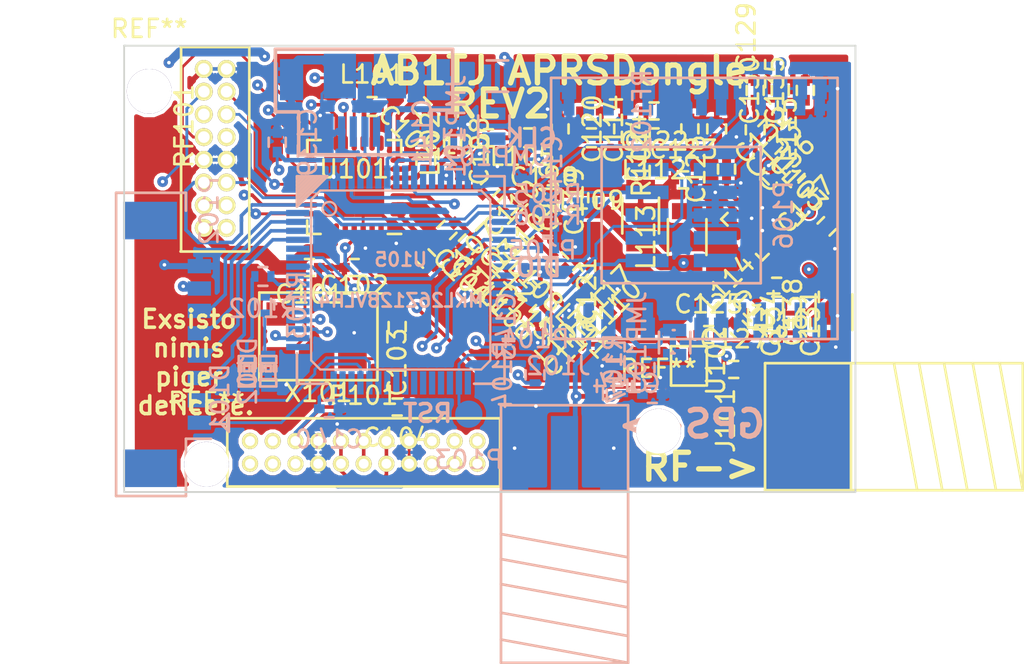
<source format=kicad_pcb>
(kicad_pcb (version 4) (host pcbnew "(2016-03-23 BZR 6647, Git bc699c8)-product")
  (layers (0 F.Cu signal) (1 In1.Cu signal) (2 In2.Cu signal) (31 B.Cu signal) (34 B.Paste user) (35 F.Paste user) (36 B.SilkS user) (37 F.SilkS user) (38 B.Mask user) (39 F.Mask user) (44 Edge.Cuts user))
  (net 0 "")
  (net 1 GND)
  (net 2 +3.3V)
  (net 3 /PA/PAInput)
  (net 4 /PA/PAOutput)
  (net 5 /AF_IN)
  (net 6 /MOSI)
  (net 7 /IRQOUT)
  (net 8 /AF_OUT)
  (net 9 /SEL)
  (net 10 /MISO)
  (net 11 /CLK)
  (net 12 /TXRX)
  (net 13 /USBV1)
  (net 14 /internalI2C0SDA)
  (net 15 /internalI2C0SCL)
  (net 16 /DataCLK)
  (net 17 /CLKOut)
  (net 18 /USBV2)
  (net 19 /externalI2C1SDA)
  (net 20 /externalI2C1SCL)
  (net 21 /externalSPI1PCS0)
  (net 22 /externalSPI1SCK)
  (net 23 /externalSPI1MOSI)
  (net 24 /externalSPI1MISO)
  (net 25 /SWD_DIO)
  (net 26 /SWD_CLK)
  (net 27 /SWD_Reset)
  (net 28 /LED1)
  (net 29 /LED2)
  (net 30 /GPSTX)
  (net 31 /USBDP)
  (net 32 /USBDM)
  (net 33 "Net-(C102-Pad1)")
  (net 34 "Net-(C103-Pad1)")
  (net 35 "Net-(C105-Pad1)")
  (net 36 "Net-(C106-Pad2)")
  (net 37 "Net-(C107-Pad1)")
  (net 38 "Net-(C109-Pad1)")
  (net 39 "Net-(C110-Pad2)")
  (net 40 "Net-(C111-Pad1)")
  (net 41 "Net-(C112-Pad1)")
  (net 42 "Net-(C113-Pad1)")
  (net 43 "Net-(C114-Pad1)")
  (net 44 "Net-(C115-Pad1)")
  (net 45 "Net-(C117-Pad2)")
  (net 46 "Net-(C118-Pad1)")
  (net 47 "Net-(C122-Pad1)")
  (net 48 "Net-(C123-Pad2)")
  (net 49 "Net-(C125-Pad2)")
  (net 50 "Net-(C126-Pad1)")
  (net 51 "Net-(C137-Pad1)")
  (net 52 "Net-(C141-Pad2)")
  (net 53 "Net-(C144-Pad1)")
  (net 54 "Net-(J101-Pad1)")
  (net 55 "Net-(J102-Pad1)")
  (net 56 "Net-(JMP101-Pad1)")
  (net 57 "Net-(JMP103-Pad1)")
  (net 58 "Net-(JMP103-Pad2)")
  (net 59 "Net-(L101-Pad1)")
  (net 60 "Net-(L101-Pad2)")
  (net 61 "Net-(L115-Pad2)")
  (net 62 /Data)
  (net 63 "Net-(RF102-Pad14)")
  (net 64 "Net-(RF102-Pad18)")
  (net 65 "Net-(RF102-Pad19)")
  (net 66 "Net-(RF102-Pad21)")
  (net 67 "Net-(RF102-Pad8)")
  (net 68 "Net-(RF102-Pad6)")
  (net 69 "Net-(RF102-Pad5)")
  (net 70 "Net-(RF102-Pad4)")
  (net 71 "Net-(RF102-Pad3)")
  (net 72 "Net-(RF102-Pad2)")
  (module Resistors_SMD:R_0402 (layer F.Cu) (at 86.35 67.15 225)
    (fp_text reference L107 (at 0 -1.8 225) (layer F.SilkS))
    (fp_text value 68nH)
    (pad 1 smd rect (at -0.45 0 225) (size 0.4 0.6) (layers F.Cu F.Paste F.Mask) (net 42 "Net-(C113-Pad1)"))
    (pad 2 smd rect (at 0.45 0 225) (size 0.4 0.6) (layers F.Cu F.Paste F.Mask) (net 1 GND))
  )
  (module w_smd_lqfp:lqfp64 (layer B.Cu) (at 78.6 65.2)
    (fp_text reference U105 (at 0 -1.143) (layer B.SilkS) (effects (font (size 0.7493 0.7493) (thickness 0.14986)) (justify mirror)))
    (fp_text value MKL26Z128VLH4 (at 0 1.143) (layer B.SilkS) (effects (font (size 0.7493 0.7493) (thickness 0.14986)) (justify mirror)))
    (pad 4 smd rect (at -2.25044 -5.75056) (size 0.35052 1.30048) (layers B.Cu B.Paste B.Mask) (net 1 GND))
    (pad 5 smd rect (at -1.75006 -5.75056) (size 0.35052 1.30048) (layers B.Cu B.Paste B.Mask) (net 31 /USBDP))
    (pad 6 smd rect (at -1.24968 -5.75056) (size 0.35052 1.30048) (layers B.Cu B.Paste B.Mask) (net 32 /USBDM))
    (pad 7 smd rect (at -0.7493 -5.75056) (size 0.35052 1.30048) (layers B.Cu B.Paste B.Mask) (net 52 "Net-(C141-Pad2)"))
    (pad 8 smd rect (at -0.24892 -5.75056) (size 0.35052 1.30048) (layers B.Cu B.Paste B.Mask) (net 18 /USBV2))
    (pad 1 smd rect (at -3.74904 -5.75056) (size 0.35052 1.30048) (layers B.Cu B.Paste B.Mask) (net 1 GND))
    (pad 2 smd rect (at -3.2512 -5.75056) (size 0.35052 1.30048) (layers B.Cu B.Paste B.Mask) (net 1 GND))
    (pad 3 smd rect (at -2.75082 -5.75056) (size 0.35052 1.30048) (layers B.Cu B.Paste B.Mask) (net 2 +3.3V))
    (pad 17 smd rect (at 5.75056 -3.74904) (size 1.30048 0.35052) (layers B.Cu B.Paste B.Mask) (net 8 /AF_OUT))
    (pad 18 smd rect (at 5.75056 -3.2512) (size 1.30048 0.35052) (layers B.Cu B.Paste B.Mask) (net 5 /AF_IN))
    (pad 19 smd rect (at 5.75056 -2.75082) (size 1.30048 0.35052) (layers B.Cu B.Paste B.Mask))
    (pad 20 smd rect (at 5.75056 -2.25044) (size 1.30048 0.35052) (layers B.Cu B.Paste B.Mask) (net 15 /internalI2C0SCL))
    (pad 21 smd rect (at 5.75056 -1.75006) (size 1.30048 0.35052) (layers B.Cu B.Paste B.Mask) (net 14 /internalI2C0SDA))
    (pad 22 smd rect (at 5.75056 -1.24968) (size 1.30048 0.35052) (layers B.Cu B.Paste B.Mask) (net 26 /SWD_CLK))
    (pad 23 smd rect (at 5.75056 -0.7493) (size 1.30048 0.35052) (layers B.Cu B.Paste B.Mask))
    (pad 24 smd rect (at 5.75056 -0.24892) (size 1.30048 0.35052) (layers B.Cu B.Paste B.Mask))
    (pad 33 smd rect (at 3.74904 5.75056) (size 0.35052 1.30048) (layers B.Cu B.Paste B.Mask))
    (pad 34 smd rect (at 3.2512 5.75056) (size 0.35052 1.30048) (layers B.Cu B.Paste B.Mask) (net 27 /SWD_Reset))
    (pad 35 smd rect (at 2.75082 5.75056) (size 0.35052 1.30048) (layers B.Cu B.Paste B.Mask))
    (pad 36 smd rect (at 2.25044 5.75056) (size 0.35052 1.30048) (layers B.Cu B.Paste B.Mask))
    (pad 37 smd rect (at 1.75006 5.75056) (size 0.35052 1.30048) (layers B.Cu B.Paste B.Mask))
    (pad 38 smd rect (at 1.24968 5.75056) (size 0.35052 1.30048) (layers B.Cu B.Paste B.Mask))
    (pad 39 smd rect (at 0.7493 5.75056) (size 0.35052 1.30048) (layers B.Cu B.Paste B.Mask))
    (pad 40 smd rect (at 0.24892 5.75056) (size 0.35052 1.30048) (layers B.Cu B.Paste B.Mask))
    (pad 49 smd rect (at -5.75056 3.74904) (size 1.30048 0.35052) (layers B.Cu B.Paste B.Mask))
    (pad 50 smd rect (at -5.75056 3.2512) (size 1.30048 0.35052) (layers B.Cu B.Paste B.Mask) (net 11 /CLK))
    (pad 51 smd rect (at -5.75056 2.75082) (size 1.30048 0.35052) (layers B.Cu B.Paste B.Mask) (net 6 /MOSI))
    (pad 52 smd rect (at -5.75056 2.25044) (size 1.30048 0.35052) (layers B.Cu B.Paste B.Mask) (net 10 /MISO))
    (pad 53 smd rect (at -5.75056 1.75006) (size 1.30048 0.35052) (layers B.Cu B.Paste B.Mask))
    (pad 54 smd rect (at -5.75056 1.24968) (size 1.30048 0.35052) (layers B.Cu B.Paste B.Mask))
    (pad 55 smd rect (at -5.75056 0.7493) (size 1.30048 0.35052) (layers B.Cu B.Paste B.Mask) (net 29 /LED2))
    (pad 56 smd rect (at -5.75056 0.24892) (size 1.30048 0.35052) (layers B.Cu B.Paste B.Mask) (net 28 /LED1))
    (pad 9 smd rect (at 0.24892 -5.75056) (size 0.35052 1.30048) (layers B.Cu B.Paste B.Mask))
    (pad 10 smd rect (at 0.7493 -5.75056) (size 0.35052 1.30048) (layers B.Cu B.Paste B.Mask))
    (pad 11 smd rect (at 1.24968 -5.75056) (size 0.35052 1.30048) (layers B.Cu B.Paste B.Mask))
    (pad 25 smd rect (at 5.75056 0.24892) (size 1.30048 0.35052) (layers B.Cu B.Paste B.Mask) (net 25 /SWD_DIO))
    (pad 26 smd rect (at 5.75056 0.7493) (size 1.30048 0.35052) (layers B.Cu B.Paste B.Mask) (net 7 /IRQOUT))
    (pad 27 smd rect (at 5.75056 1.24968) (size 1.30048 0.35052) (layers B.Cu B.Paste B.Mask))
    (pad 41 smd rect (at -0.24892 5.75056) (size 0.35052 1.30048) (layers B.Cu B.Paste B.Mask))
    (pad 42 smd rect (at -0.7493 5.75056) (size 0.35052 1.30048) (layers B.Cu B.Paste B.Mask))
    (pad 43 smd rect (at -1.24968 5.75056) (size 0.35052 1.30048) (layers B.Cu B.Paste B.Mask))
    (pad 57 smd rect (at -5.75056 -0.24892) (size 1.30048 0.35052) (layers B.Cu B.Paste B.Mask))
    (pad 58 smd rect (at -5.75056 -0.7493) (size 1.30048 0.35052) (layers B.Cu B.Paste B.Mask) (net 16 /DataCLK))
    (pad 59 smd rect (at -5.75056 -1.24968) (size 1.30048 0.35052) (layers B.Cu B.Paste B.Mask) (net 62 /Data))
    (pad 12 smd rect (at 1.75006 -5.75056) (size 0.35052 1.30048) (layers B.Cu B.Paste B.Mask))
    (pad 13 smd rect (at 2.25044 -5.75056) (size 0.35052 1.30048) (layers B.Cu B.Paste B.Mask) (net 2 +3.3V))
    (pad 14 smd rect (at 2.75082 -5.75056) (size 0.35052 1.30048) (layers B.Cu B.Paste B.Mask) (net 2 +3.3V))
    (pad 15 smd rect (at 3.2512 -5.75056) (size 0.35052 1.30048) (layers B.Cu B.Paste B.Mask) (net 1 GND))
    (pad 16 smd rect (at 3.74904 -5.75056) (size 0.35052 1.30048) (layers B.Cu B.Paste B.Mask) (net 1 GND))
    (pad 28 smd rect (at 5.75056 1.75006) (size 1.30048 0.35052) (layers B.Cu B.Paste B.Mask))
    (pad 29 smd rect (at 5.75056 2.25044) (size 1.30048 0.35052) (layers B.Cu B.Paste B.Mask))
    (pad 30 smd rect (at 5.75056 2.75082) (size 1.30048 0.35052) (layers B.Cu B.Paste B.Mask) (net 2 +3.3V))
    (pad 31 smd rect (at 5.75056 3.2512) (size 1.30048 0.35052) (layers B.Cu B.Paste B.Mask) (net 1 GND))
    (pad 32 smd rect (at 5.75056 3.74904) (size 1.30048 0.35052) (layers B.Cu B.Paste B.Mask) (net 17 /CLKOut))
    (pad 44 smd rect (at -1.75006 5.75056) (size 0.35052 1.30048) (layers B.Cu B.Paste B.Mask) (net 20 /externalI2C1SCL))
    (pad 45 smd rect (at -2.25044 5.75056) (size 0.35052 1.30048) (layers B.Cu B.Paste B.Mask) (net 19 /externalI2C1SDA))
    (pad 46 smd rect (at -2.75082 5.75056) (size 0.35052 1.30048) (layers B.Cu B.Paste B.Mask))
    (pad 47 smd rect (at -3.2512 5.75056) (size 0.35052 1.30048) (layers B.Cu B.Paste B.Mask) (net 1 GND))
    (pad 48 smd rect (at -3.74904 5.75056) (size 0.35052 1.30048) (layers B.Cu B.Paste B.Mask) (net 2 +3.3V))
    (pad 60 smd rect (at -5.75056 -1.75006) (size 1.30048 0.35052) (layers B.Cu B.Paste B.Mask))
    (pad 61 smd rect (at -5.75056 -2.25044) (size 1.30048 0.35052) (layers B.Cu B.Paste B.Mask) (net 21 /externalSPI1PCS0))
    (pad 62 smd rect (at -5.75056 -2.75082) (size 1.30048 0.35052) (layers B.Cu B.Paste B.Mask) (net 22 /externalSPI1SCK))
    (pad 63 smd rect (at -5.75056 -3.2512) (size 1.30048 0.35052) (layers B.Cu B.Paste B.Mask) (net 23 /externalSPI1MOSI))
    (pad 64 smd rect (at -5.75056 -3.74904) (size 1.30048 0.35052) (layers B.Cu B.Paste B.Mask) (net 24 /externalSPI1MISO))
  )
  (module Capacitors_SMD:C_0402 (layer F.Cu) (at 76 64.5 180)
    (fp_text reference C102 (at 0 -1 180) (layer F.SilkS))
    (fp_text value 6.8pf)
    (pad 1 smd rect (at -0.55 0 180) (size 0.6 0.5) (layers F.Cu F.Paste F.Mask) (net 33 "Net-(C102-Pad1)"))
    (pad 2 smd rect (at 0.55 0 180) (size 0.6 0.5) (layers F.Cu F.Paste F.Mask) (net 1 GND))
  )
  (module Capacitors_SMD:C_0402 (layer F.Cu) (at 78.4 67.8 90)
    (fp_text reference C103 (at -2 0 90) (layer F.SilkS))
    (fp_text value 10pf)
    (pad 1 smd rect (at -0.55 0 90) (size 0.6 0.5) (layers F.Cu F.Paste F.Mask) (net 34 "Net-(C103-Pad1)"))
    (pad 2 smd rect (at 0.55 0 90) (size 0.6 0.5) (layers F.Cu F.Paste F.Mask) (net 33 "Net-(C102-Pad1)"))
  )
  (module Capacitors_SMD:C_0402 (layer F.Cu) (at 97.2 70.2)
    (fp_text reference C127 (at 0 -1.7) (layer F.SilkS))
    (fp_text value 1uf)
    (pad 1 smd rect (at -0.55 0) (size 0.6 0.5) (layers F.Cu F.Paste F.Mask) (net 2 +3.3V))
    (pad 2 smd rect (at 0.55 0) (size 0.6 0.5) (layers F.Cu F.Paste F.Mask) (net 1 GND))
  )
  (module Capacitors_SMD:C_0402 (layer F.Cu) (at 73.5 64.5)
    (fp_text reference C101 (at 0 1.5) (layer F.SilkS))
    (fp_text value 100pf)
    (pad 1 smd rect (at -0.55 0) (size 0.6 0.5) (layers F.Cu F.Paste F.Mask) (net 2 +3.3V))
    (pad 2 smd rect (at 0.55 0) (size 0.6 0.5) (layers F.Cu F.Paste F.Mask) (net 1 GND))
  )
  (module Capacitors_SMD:C_0402 (layer F.Cu) (at 80 64 135)
    (fp_text reference C106 (at -2.12132 0.707107 135) (layer F.SilkS))
    (fp_text value 100nf)
    (pad 1 smd rect (at -0.55 0 135) (size 0.6 0.5) (layers F.Cu F.Paste F.Mask) (net 1 GND))
    (pad 2 smd rect (at 0.55 0 135) (size 0.6 0.5) (layers F.Cu F.Paste F.Mask) (net 36 "Net-(C106-Pad2)"))
  )
  (module Capacitors_SMD:C_0402 (layer F.Cu) (at 79.75 55.5 315)
    (fp_text reference C105 (at 0.494975 1.626346 315) (layer F.SilkS))
    (fp_text value 100nf)
    (pad 1 smd rect (at -0.55 0 315) (size 0.6 0.5) (layers F.Cu F.Paste F.Mask) (net 35 "Net-(C105-Pad1)"))
    (pad 2 smd rect (at 0.55 0 315) (size 0.6 0.5) (layers F.Cu F.Paste F.Mask) (net 1 GND))
  )
  (module Capacitors_SMD:C_0402 (layer F.Cu) (at 81.2 62.4 225)
    (fp_text reference C107 (at 0 -1.7 225) (layer F.SilkS))
    (fp_text value 10pf)
    (pad 1 smd rect (at -0.55 0 225) (size 0.6 0.5) (layers F.Cu F.Paste F.Mask) (net 37 "Net-(C107-Pad1)"))
    (pad 2 smd rect (at 0.55 0 225) (size 0.6 0.5) (layers F.Cu F.Paste F.Mask) (net 1 GND))
  )
  (module Capacitors_SMD:C_0402 (layer F.Cu) (at 83.6 60 225)
    (fp_text reference C110 (at 0 -1.7 225) (layer F.SilkS))
    (fp_text value 10pf)
    (pad 1 smd rect (at -0.55 0 225) (size 0.6 0.5) (layers F.Cu F.Paste F.Mask) (net 1 GND))
    (pad 2 smd rect (at 0.55 0 225) (size 0.6 0.5) (layers F.Cu F.Paste F.Mask) (net 39 "Net-(C110-Pad2)"))
  )
  (module Capacitors_SMD:C_0402 (layer F.Cu) (at 78.4 72.3 180)
    (fp_text reference C104 (at 0 -1.7 180) (layer F.SilkS))
    (fp_text value 100pf)
    (pad 1 smd rect (at -0.55 0 180) (size 0.6 0.5) (layers F.Cu F.Paste F.Mask) (net 1 GND))
    (pad 2 smd rect (at 0.55 0 180) (size 0.6 0.5) (layers F.Cu F.Paste F.Mask) (net 2 +3.3V))
  )
  (module Capacitors_SMD:C_0402 (layer F.Cu) (at 85.8 62.6 135)
    (fp_text reference C112 (at -0.707107 -2.474874 135) (layer F.SilkS))
    (fp_text value 10pf)
    (pad 1 smd rect (at -0.55 0 135) (size 0.6 0.5) (layers F.Cu F.Paste F.Mask) (net 41 "Net-(C112-Pad1)"))
    (pad 2 smd rect (at 0.55 0 135) (size 0.6 0.5) (layers F.Cu F.Paste F.Mask) (net 39 "Net-(C110-Pad2)"))
  )
  (module Capacitors_SMD:C_0402 (layer F.Cu) (at 84.2 64.2 135)
    (fp_text reference C111 (at 0 -1.7 135) (layer F.SilkS))
    (fp_text value 10pf)
    (pad 1 smd rect (at -0.55 0 135) (size 0.6 0.5) (layers F.Cu F.Paste F.Mask) (net 40 "Net-(C111-Pad1)"))
    (pad 2 smd rect (at 0.55 0 135) (size 0.6 0.5) (layers F.Cu F.Paste F.Mask) (net 37 "Net-(C107-Pad1)"))
  )
  (module Capacitors_SMD:C_0402 (layer F.Cu) (at 88.75 64.8 225)
    (fp_text reference C117 (at 0 -1.7 225) (layer F.SilkS))
    (fp_text value 12pf)
    (pad 1 smd rect (at -0.55 0 225) (size 0.6 0.5) (layers F.Cu F.Paste F.Mask) (net 1 GND))
    (pad 2 smd rect (at 0.55 0 225) (size 0.6 0.5) (layers F.Cu F.Paste F.Mask) (net 45 "Net-(C117-Pad2)"))
  )
  (module Capacitors_SMD:C_0402 (layer F.Cu) (at 88.35 68.4 135)
    (fp_text reference C115 (at 3 -1 135) (layer F.SilkS))
    (fp_text value 12pf)
    (pad 1 smd rect (at -0.55 0 135) (size 0.6 0.5) (layers F.Cu F.Paste F.Mask) (net 44 "Net-(C115-Pad1)"))
    (pad 2 smd rect (at 0.55 0 135) (size 0.6 0.5) (layers F.Cu F.Paste F.Mask) (net 42 "Net-(C113-Pad1)"))
  )
  (module Capacitors_SMD:C_0402 (layer F.Cu) (at 81.5 57.5 90)
    (fp_text reference C108 (at -0.5 1.5 90) (layer F.SilkS))
    (fp_text value 2.2pf)
    (pad 1 smd rect (at -0.55 0 90) (size 0.6 0.5) (layers F.Cu F.Paste F.Mask) (net 3 /PA/PAInput))
    (pad 2 smd rect (at 0.55 0 90) (size 0.6 0.5) (layers F.Cu F.Paste F.Mask) (net 1 GND))
  )
  (module Capacitors_SMD:C_0402 (layer F.Cu) (at 83.5 57.25 180)
    (fp_text reference C109 (at 1.75 -0.4 180) (layer F.SilkS))
    (fp_text value 22pf)
    (pad 1 smd rect (at -0.55 0 180) (size 0.6 0.5) (layers F.Cu F.Paste F.Mask) (net 38 "Net-(C109-Pad1)"))
    (pad 2 smd rect (at 0.55 0 180) (size 0.6 0.5) (layers F.Cu F.Paste F.Mask) (net 3 /PA/PAInput))
  )
  (module Capacitors_SMD:C_0402 (layer F.Cu) (at 87.5 56.75 90)
    (fp_text reference C114 (at 0 3 90) (layer F.SilkS))
    (fp_text value 33pf)
    (pad 1 smd rect (at -0.55 0 90) (size 0.6 0.5) (layers F.Cu F.Paste F.Mask) (net 43 "Net-(C114-Pad1)"))
    (pad 2 smd rect (at 0.55 0 90) (size 0.6 0.5) (layers F.Cu F.Paste F.Mask) (net 1 GND))
  )
  (module Capacitors_SMD:C_0402 (layer F.Cu) (at 89.25 55.75 180)
    (fp_text reference C118 (at 2.65 -3.7 180) (layer F.SilkS))
    (fp_text value 4.7pf)
    (pad 1 smd rect (at -0.55 0 180) (size 0.6 0.5) (layers F.Cu F.Paste F.Mask) (net 46 "Net-(C118-Pad1)"))
    (pad 2 smd rect (at 0.55 0 180) (size 0.6 0.5) (layers F.Cu F.Paste F.Mask) (net 43 "Net-(C114-Pad1)"))
  )
  (module Capacitors_SMD:C_0402 (layer F.Cu) (at 91 56.75 90)
    (fp_text reference C120 (at 0 -1.7 90) (layer F.SilkS))
    (fp_text value 47pf)
    (pad 1 smd rect (at -0.55 0 90) (size 0.6 0.5) (layers F.Cu F.Paste F.Mask) (net 46 "Net-(C118-Pad1)"))
    (pad 2 smd rect (at 0.55 0 90) (size 0.6 0.5) (layers F.Cu F.Paste F.Mask) (net 1 GND))
  )
  (module Capacitors_SMD:C_0402 (layer F.Cu) (at 100.05 58.3 45)
    (fp_text reference C132 (at 0 -1.7 45) (layer F.SilkS))
    (fp_text value 10nf)
    (pad 1 smd rect (at -0.55 0 45) (size 0.6 0.5) (layers F.Cu F.Paste F.Mask) (net 2 +3.3V))
    (pad 2 smd rect (at 0.55 0 45) (size 0.6 0.5) (layers F.Cu F.Paste F.Mask) (net 1 GND))
  )
  (module Capacitors_SMD:C_0402 (layer F.Cu) (at 100.638909 59.111091 45)
    (fp_text reference C133 (at 0 -1.7 45) (layer F.SilkS))
    (fp_text value 1nf)
    (pad 1 smd rect (at -0.55 0 45) (size 0.6 0.5) (layers F.Cu F.Paste F.Mask) (net 2 +3.3V))
    (pad 2 smd rect (at 0.55 0 45) (size 0.6 0.5) (layers F.Cu F.Paste F.Mask) (net 1 GND))
  )
  (module Capacitors_SMD:C_0402 (layer F.Cu) (at 92.75 55.75 180)
    (fp_text reference C122 (at 0 -1.7 180) (layer F.SilkS))
    (fp_text value 1.8pf)
    (pad 1 smd rect (at -0.55 0 180) (size 0.6 0.5) (layers F.Cu F.Paste F.Mask) (net 47 "Net-(C122-Pad1)"))
    (pad 2 smd rect (at 0.55 0 180) (size 0.6 0.5) (layers F.Cu F.Paste F.Mask) (net 46 "Net-(C118-Pad1)"))
  )
  (module Capacitors_SMD:C_0402 (layer F.Cu) (at 99.8 54.6 90)
    (fp_text reference C130 (at 0 -1.7 90) (layer F.SilkS))
    (fp_text value 10nf)
    (pad 1 smd rect (at -0.55 0 90) (size 0.6 0.5) (layers F.Cu F.Paste F.Mask) (net 2 +3.3V))
    (pad 2 smd rect (at 0.55 0 90) (size 0.6 0.5) (layers F.Cu F.Paste F.Mask) (net 1 GND))
  )
  (module Capacitors_SMD:C_0402 (layer F.Cu) (at 94.75 56.75 90)
    (fp_text reference C124 (at -1.1 -2.95 90) (layer F.SilkS))
    (fp_text value 15pf)
    (pad 1 smd rect (at -0.55 0 90) (size 0.6 0.5) (layers F.Cu F.Paste F.Mask) (net 47 "Net-(C122-Pad1)"))
    (pad 2 smd rect (at 0.55 0 90) (size 0.6 0.5) (layers F.Cu F.Paste F.Mask) (net 1 GND))
  )
  (module Capacitors_SMD:C_0402 (layer F.Cu) (at 98.4 54.6 90)
    (fp_text reference C129 (at 3 -0.5 90) (layer F.SilkS))
    (fp_text value 1nf)
    (pad 1 smd rect (at -0.55 0 90) (size 0.6 0.5) (layers F.Cu F.Paste F.Mask) (net 2 +3.3V))
    (pad 2 smd rect (at 0.55 0 90) (size 0.6 0.5) (layers F.Cu F.Paste F.Mask) (net 1 GND))
  )
  (module Capacitors_SMD:C_0402 (layer F.Cu) (at 101.2 54.6 90)
    (fp_text reference C135 (at 0 -1.7 90) (layer F.SilkS))
    (fp_text value 27pf)
    (pad 1 smd rect (at -0.55 0 90) (size 0.6 0.5) (layers F.Cu F.Paste F.Mask) (net 2 +3.3V))
    (pad 2 smd rect (at 0.55 0 90) (size 0.6 0.5) (layers F.Cu F.Paste F.Mask) (net 1 GND))
  )
  (module Capacitors_SMD:C_0402 (layer F.Cu) (at 96.8 59 90)
    (fp_text reference C126 (at 0 -1.7 90) (layer F.SilkS))
    (fp_text value 100pf)
    (pad 1 smd rect (at -0.55 0 90) (size 0.6 0.5) (layers F.Cu F.Paste F.Mask) (net 50 "Net-(C126-Pad1)"))
    (pad 2 smd rect (at 0.55 0 90) (size 0.6 0.5) (layers F.Cu F.Paste F.Mask) (net 47 "Net-(C122-Pad1)"))
  )
  (module Capacitors_SMD:C_0402 (layer F.Cu) (at 94.4 59.6)
    (fp_text reference C123 (at 0 -1.7) (layer F.SilkS))
    (fp_text value 27pf)
    (pad 1 smd rect (at -0.55 0) (size 0.6 0.5) (layers F.Cu F.Paste F.Mask) (net 1 GND))
    (pad 2 smd rect (at 0.55 0) (size 0.6 0.5) (layers F.Cu F.Paste F.Mask) (net 48 "Net-(C123-Pad2)"))
  )
  (module Capacitors_SMD:C_0402 (layer F.Cu) (at 101.338909 59.911091 45)
    (fp_text reference C136 (at 0 -1.7 45) (layer F.SilkS))
    (fp_text value 47pf)
    (pad 1 smd rect (at -0.55 0 45) (size 0.6 0.5) (layers F.Cu F.Paste F.Mask) (net 2 +3.3V))
    (pad 2 smd rect (at 0.55 0 45) (size 0.6 0.5) (layers F.Cu F.Paste F.Mask) (net 1 GND))
  )
  (module Capacitors_SMD:C_0402 (layer F.Cu) (at 88.6 60.6 90)
    (fp_text reference C116 (at 0 -1.7 90) (layer F.SilkS))
    (fp_text value 1nf)
    (pad 1 smd rect (at -0.55 0 90) (size 0.6 0.5) (layers F.Cu F.Paste F.Mask) (net 2 +3.3V))
    (pad 2 smd rect (at 0.55 0 90) (size 0.6 0.5) (layers F.Cu F.Paste F.Mask) (net 1 GND))
  )
  (module Capacitors_SMD:C_0402 (layer F.Cu) (at 90 60.8 90)
    (fp_text reference C119 (at 0 -1.7 90) (layer F.SilkS))
    (fp_text value 10nf)
    (pad 1 smd rect (at -0.55 0 90) (size 0.6 0.5) (layers F.Cu F.Paste F.Mask) (net 2 +3.3V))
    (pad 2 smd rect (at 0.55 0 90) (size 0.6 0.5) (layers F.Cu F.Paste F.Mask) (net 1 GND))
  )
  (module Capacitors_SMD:C_1206 (layer F.Cu) (at 92 61.6 90)
    (fp_text reference C121 (at -4.25 -3 90) (layer F.SilkS))
    (fp_text value 3.3uf)
    (pad 1 smd rect (at -1.5 0 90) (size 1 1.6) (layers F.Cu F.Paste F.Mask) (net 2 +3.3V))
    (pad 2 smd rect (at 1.5 0 90) (size 1 1.6) (layers F.Cu F.Paste F.Mask) (net 1 GND))
  )
  (module Capacitors_SMD:C_0402 (layer F.Cu) (at 101 67.6 90)
    (fp_text reference C134 (at 0 -1.7 90) (layer F.SilkS))
    (fp_text value DNP)
    (pad 1 smd rect (at -0.55 0 90) (size 0.6 0.5) (layers F.Cu F.Paste F.Mask) (net 1 GND))
    (pad 2 smd rect (at 0.55 0 90) (size 0.6 0.5) (layers F.Cu F.Paste F.Mask) (net 2 +3.3V))
  )
  (module Capacitors_SMD:C_0402 (layer F.Cu) (at 99.8 67.6 270)
    (fp_text reference C131 (at 0 -1.7 270) (layer F.SilkS))
    (fp_text value 1nf)
    (pad 1 smd rect (at -0.55 0 270) (size 0.6 0.5) (layers F.Cu F.Paste F.Mask) (net 2 +3.3V))
    (pad 2 smd rect (at 0.55 0 270) (size 0.6 0.5) (layers F.Cu F.Paste F.Mask) (net 1 GND))
  )
  (module Capacitors_SMD:C_0402 (layer F.Cu) (at 97.55 68 315)
    (fp_text reference C128 (at 0.25 -1.25 315) (layer F.SilkS))
    (fp_text value 56pf)
    (pad 1 smd rect (at -0.55 0 315) (size 0.6 0.5) (layers F.Cu F.Paste F.Mask) (net 49 "Net-(C125-Pad2)"))
    (pad 2 smd rect (at 0.55 0 315) (size 0.6 0.5) (layers F.Cu F.Paste F.Mask) (net 1 GND))
  )
  (module LEDs:LED-0603 (layer B.Cu) (at 70 70.3 270)
    (fp_text reference D101 (at 1.5 1.5 270) (layer B.SilkS) (effects (justify mirror)))
    (fp_text value LED)
    (pad 2 smd rect (at 0.7493 0 90) (size 0.79756 0.79756) (layers B.Cu B.Paste B.Mask) (net 1 GND))
    (pad 1 smd rect (at -0.7493 0 90) (size 0.79756 0.79756) (layers B.Cu B.Paste B.Mask))
  )
  (module Resistors_SMD:R_0402 (layer F.Cu) (at 77 55.5)
    (fp_text reference L101 (at 0 -1.8) (layer F.SilkS))
    (fp_text value 22nh)
    (pad 1 smd rect (at -0.45 0) (size 0.4 0.6) (layers F.Cu F.Paste F.Mask) (net 59 "Net-(L101-Pad1)"))
    (pad 2 smd rect (at 0.45 0) (size 0.4 0.6) (layers F.Cu F.Paste F.Mask) (net 60 "Net-(L101-Pad2)"))
  )
  (module Resistors_SMD:R_0402 (layer F.Cu) (at 84.6 61 225)
    (fp_text reference L104 (at 0 -1.8 225) (layer F.SilkS))
    (fp_text value 150nH)
    (pad 1 smd rect (at -0.45 0 225) (size 0.4 0.6) (layers F.Cu F.Paste F.Mask) (net 1 GND))
    (pad 2 smd rect (at 0.45 0 225) (size 0.4 0.6) (layers F.Cu F.Paste F.Mask) (net 39 "Net-(C110-Pad2)"))
  )
  (module Resistors_SMD:R_0402 (layer F.Cu) (at 82.4 63.2 225)
    (fp_text reference L103 (at 0 -1.8 225) (layer F.SilkS))
    (fp_text value 150nH)
    (pad 1 smd rect (at -0.45 0 225) (size 0.4 0.6) (layers F.Cu F.Paste F.Mask) (net 37 "Net-(C107-Pad1)"))
    (pad 2 smd rect (at 0.45 0 225) (size 0.4 0.6) (layers F.Cu F.Paste F.Mask) (net 1 GND))
  )
  (module Resistors_SMD:R_0402 (layer F.Cu) (at 87.4 64.2 135)
    (fp_text reference L108 (at 0 -1.8 135) (layer F.SilkS))
    (fp_text value 120nH)
    (pad 1 smd rect (at -0.45 0 135) (size 0.4 0.6) (layers F.Cu F.Paste F.Mask) (net 45 "Net-(C117-Pad2)"))
    (pad 2 smd rect (at 0.45 0 135) (size 0.4 0.6) (layers F.Cu F.Paste F.Mask) (net 41 "Net-(C112-Pad1)"))
  )
  (module Resistors_SMD:R_0402 (layer F.Cu) (at 85.8 65.8 135)
    (fp_text reference L106 (at 0 -1.8 135) (layer F.SilkS))
    (fp_text value 120nH)
    (pad 1 smd rect (at -0.45 0 135) (size 0.4 0.6) (layers F.Cu F.Paste F.Mask) (net 42 "Net-(C113-Pad1)"))
    (pad 2 smd rect (at 0.45 0 135) (size 0.4 0.6) (layers F.Cu F.Paste F.Mask) (net 40 "Net-(C111-Pad1)"))
  )
  (module Resistors_SMD:R_0402 (layer F.Cu) (at 90.031802 66.781802 135)
    (fp_text reference L111 (at 0 -1.8 135) (layer F.SilkS))
    (fp_text value 68nH)
    (pad 1 smd rect (at -0.45 0 135) (size 0.4 0.6) (layers F.Cu F.Paste F.Mask) (net 44 "Net-(C115-Pad1)"))
    (pad 2 smd rect (at 0.45 0 135) (size 0.4 0.6) (layers F.Cu F.Paste F.Mask) (net 45 "Net-(C117-Pad2)"))
  )
  (module Resistors_SMD:R_0402 (layer F.Cu) (at 80 58.5 270)
    (fp_text reference L102 (at -0.9 -0.25 270) (layer F.SilkS))
    (fp_text value 150nh)
    (pad 1 smd rect (at -0.45 0 270) (size 0.4 0.6) (layers F.Cu F.Paste F.Mask) (net 1 GND))
    (pad 2 smd rect (at 0.45 0 270) (size 0.4 0.6) (layers F.Cu F.Paste F.Mask) (net 3 /PA/PAInput))
  )
  (module Resistors_SMD:R_0402 (layer F.Cu) (at 85.75 57.25 180)
    (fp_text reference L105 (at 0.35 -1.05 180) (layer F.SilkS))
    (fp_text value 120nH)
    (pad 1 smd rect (at -0.45 0 180) (size 0.4 0.6) (layers F.Cu F.Paste F.Mask) (net 43 "Net-(C114-Pad1)"))
    (pad 2 smd rect (at 0.45 0 180) (size 0.4 0.6) (layers F.Cu F.Paste F.Mask) (net 38 "Net-(C109-Pad1)"))
  )
  (module Resistors_SMD:R_0402 (layer F.Cu) (at 89.25 57.25 180)
    (fp_text reference L109 (at 0 -3.5 180) (layer F.SilkS))
    (fp_text value 39nH)
    (pad 1 smd rect (at -0.45 0 180) (size 0.4 0.6) (layers F.Cu F.Paste F.Mask) (net 46 "Net-(C118-Pad1)"))
    (pad 2 smd rect (at 0.45 0 180) (size 0.4 0.6) (layers F.Cu F.Paste F.Mask) (net 43 "Net-(C114-Pad1)"))
  )
  (module Resistors_SMD:R_0402 (layer F.Cu) (at 92.75 57.25 180)
    (fp_text reference L112 (at 0 -1.8 180) (layer F.SilkS))
    (fp_text value 47nH)
    (pad 1 smd rect (at -0.45 0 180) (size 0.4 0.6) (layers F.Cu F.Paste F.Mask) (net 47 "Net-(C122-Pad1)"))
    (pad 2 smd rect (at 0.45 0 180) (size 0.4 0.6) (layers F.Cu F.Paste F.Mask) (net 46 "Net-(C118-Pad1)"))
  )
  (module Resistors_SMD:R_0402 (layer F.Cu) (at 98.4 56.8 270)
    (fp_text reference L115 (at 0 -1.8 270) (layer F.SilkS))
    (fp_text value 8.2nH)
    (pad 1 smd rect (at -0.45 0 270) (size 0.4 0.6) (layers F.Cu F.Paste F.Mask) (net 2 +3.3V))
    (pad 2 smd rect (at 0.45 0 270) (size 0.4 0.6) (layers F.Cu F.Paste F.Mask) (net 61 "Net-(L115-Pad2)"))
  )
  (module Resistors_SMD:R_1206 (layer F.Cu) (at 94.6 62.8 90)
    (fp_text reference L113 (at 0 -2.3 90) (layer F.SilkS))
    (fp_text value 33nH)
    (pad 1 smd rect (at -1.45 0 90) (size 0.9 1.7) (layers F.Cu F.Paste F.Mask) (net 2 +3.3V))
    (pad 2 smd rect (at 1.45 0 90) (size 0.9 1.7) (layers F.Cu F.Paste F.Mask) (net 48 "Net-(C123-Pad2)"))
  )
  (module Resistors_SMD:R_0402 (layer F.Cu) (at 99.6 65.6 180)
    (fp_text reference L116 (at 0 -1.8 180) (layer F.SilkS))
    (fp_text value 1uH)
    (pad 1 smd rect (at -0.45 0 180) (size 0.4 0.6) (layers F.Cu F.Paste F.Mask) (net 2 +3.3V))
    (pad 2 smd rect (at 0.45 0 180) (size 0.4 0.6) (layers F.Cu F.Paste F.Mask) (net 51 "Net-(C137-Pad1)"))
  )
  (module Resistors_SMD:R_0402 (layer F.Cu) (at 98.1 66.6 45)
    (fp_text reference L114 (at 0 -1.8 45) (layer F.SilkS))
    (fp_text value 15nH)
    (pad 1 smd rect (at -0.45 0 45) (size 0.4 0.6) (layers F.Cu F.Paste F.Mask) (net 49 "Net-(C125-Pad2)"))
    (pad 2 smd rect (at 0.45 0 45) (size 0.4 0.6) (layers F.Cu F.Paste F.Mask) (net 51 "Net-(C137-Pad1)"))
  )
  (module Resistors_SMD:R_0402 (layer F.Cu) (at 96.25 56.75 90)
    (fp_text reference R101 (at -1.9 -4.2 90) (layer F.SilkS))
    (fp_text value 180)
    (pad 1 smd rect (at -0.45 0 90) (size 0.4 0.6) (layers F.Cu F.Paste F.Mask) (net 47 "Net-(C122-Pad1)"))
    (pad 2 smd rect (at 0.45 0 90) (size 0.4 0.6) (layers F.Cu F.Paste F.Mask) (net 1 GND))
  )
  (module Resistors_SMD:R_0402 (layer B.Cu) (at 86.8 63.4 180)
    (fp_text reference R106 (at 0 1.8 180) (layer B.SilkS) (effects (justify mirror)))
    (fp_text value R)
    (pad 1 smd rect (at -0.45 0 180) (size 0.4 0.6) (layers B.Cu B.Paste B.Mask) (net 2 +3.3V))
    (pad 2 smd rect (at 0.45 0 180) (size 0.4 0.6) (layers B.Cu B.Paste B.Mask) (net 14 /internalI2C0SDA))
  )
  (module Housings_DFN_QFN:QFN-28-1EP_5x5mm_Pitch0.5mm (layer F.Cu) (at 76 60 180)
    (fp_text reference U101 (at 0 1 180) (layer F.SilkS))
    (fp_text value AX503)
    (pad 1 smd oval (at -2.45 -1.5 180) (size 0.85 0.3) (layers F.Cu F.Paste F.Mask) (net 36 "Net-(C106-Pad2)"))
    (pad 2 smd oval (at -2.45 -1 180) (size 0.85 0.3) (layers F.Cu F.Paste F.Mask) (net 1 GND))
    (pad 3 smd oval (at -2.45 -0.5 180) (size 0.85 0.3) (layers F.Cu F.Paste F.Mask) (net 37 "Net-(C107-Pad1)"))
    (pad 4 smd oval (at -2.45 0 180) (size 0.85 0.3) (layers F.Cu F.Paste F.Mask) (net 39 "Net-(C110-Pad2)"))
    (pad 5 smd oval (at -2.45 0.5 180) (size 0.85 0.3) (layers F.Cu F.Paste F.Mask) (net 3 /PA/PAInput))
    (pad 6 smd oval (at -2.45 1 180) (size 0.85 0.3) (layers F.Cu F.Paste F.Mask) (net 1 GND))
    (pad 7 smd oval (at -2.45 1.5 180) (size 0.85 0.3) (layers F.Cu F.Paste F.Mask) (net 35 "Net-(C105-Pad1)"))
    (pad 8 smd oval (at -1.5 2.45 270) (size 0.85 0.3) (layers F.Cu F.Paste F.Mask))
    (pad 9 smd oval (at -1 2.45 270) (size 0.85 0.3) (layers F.Cu F.Paste F.Mask) (net 60 "Net-(L101-Pad2)"))
    (pad 10 smd oval (at -0.5 2.45 270) (size 0.85 0.3) (layers F.Cu F.Paste F.Mask) (net 59 "Net-(L101-Pad1)"))
    (pad 11 smd oval (at 0 2.45 270) (size 0.85 0.3) (layers F.Cu F.Paste F.Mask))
    (pad 12 smd oval (at 0.5 2.45 270) (size 0.85 0.3) (layers F.Cu F.Paste F.Mask) (net 16 /DataCLK))
    (pad 13 smd oval (at 1 2.45 270) (size 0.85 0.3) (layers F.Cu F.Paste F.Mask) (net 17 /CLKOut))
    (pad 14 smd oval (at 1.5 2.45 270) (size 0.85 0.3) (layers F.Cu F.Paste F.Mask) (net 9 /SEL))
    (pad 15 smd oval (at 2.45 1.5 180) (size 0.85 0.3) (layers F.Cu F.Paste F.Mask) (net 11 /CLK))
    (pad 16 smd oval (at 2.45 1 180) (size 0.85 0.3) (layers F.Cu F.Paste F.Mask) (net 10 /MISO))
    (pad 17 smd oval (at 2.45 0.5 180) (size 0.85 0.3) (layers F.Cu F.Paste F.Mask) (net 6 /MOSI))
    (pad 18 smd oval (at 2.45 0 180) (size 0.85 0.3) (layers F.Cu F.Paste F.Mask))
    (pad 19 smd oval (at 2.45 -0.5 180) (size 0.85 0.3) (layers F.Cu F.Paste F.Mask) (net 7 /IRQOUT))
    (pad 20 smd oval (at 2.45 -1 180) (size 0.85 0.3) (layers F.Cu F.Paste F.Mask) (net 12 /TXRX))
    (pad 21 smd oval (at 2.45 -1.5 180) (size 0.85 0.3) (layers F.Cu F.Paste F.Mask) (net 8 /AF_OUT))
    (pad 22 smd oval (at 1.5 -2.45 270) (size 0.85 0.3) (layers F.Cu F.Paste F.Mask))
    (pad 23 smd oval (at 1 -2.45 270) (size 0.85 0.3) (layers F.Cu F.Paste F.Mask) (net 2 +3.3V))
    (pad 24 smd oval (at 0.5 -2.45 270) (size 0.85 0.3) (layers F.Cu F.Paste F.Mask))
    (pad 25 smd oval (at 0 -2.45 270) (size 0.85 0.3) (layers F.Cu F.Paste F.Mask) (net 5 /AF_IN))
    (pad 26 smd oval (at -0.5 -2.45 270) (size 0.85 0.3) (layers F.Cu F.Paste F.Mask) (net 1 GND))
    (pad 27 smd oval (at -1 -2.45 270) (size 0.85 0.3) (layers F.Cu F.Paste F.Mask))
    (pad 28 smd oval (at -1.5 -2.45 270) (size 0.85 0.3) (layers F.Cu F.Paste F.Mask) (net 33 "Net-(C102-Pad1)"))
    (pad 29 smd rect (at 0.8375 0.8375 180) (size 1.675 1.675) (layers F.Cu F.Paste F.Mask) (net 1 GND))
    (pad 29 smd rect (at 0.8375 -0.8375 180) (size 1.675 1.675) (layers F.Cu F.Paste F.Mask) (net 1 GND))
    (pad 29 smd rect (at -0.8375 0.8375 180) (size 1.675 1.675) (layers F.Cu F.Paste F.Mask) (net 1 GND))
    (pad 29 smd rect (at -0.8375 -0.8375 180) (size 1.675 1.675) (layers F.Cu F.Paste F.Mask) (net 1 GND))
  )
  (module Housings_DFN_QFN:QFN-16-1EP_3x3mm_Pitch0.5mm (layer F.Cu) (at 98.8 61.8 315)
    (fp_text reference U103 (at 0 -2.85 315) (layer F.SilkS))
    (fp_text value RF5110G)
    (pad 1 smd oval (at -1.475 -0.75 315) (size 0.75 0.3) (layers F.Cu F.Paste F.Mask) (net 61 "Net-(L115-Pad2)"))
    (pad 2 smd oval (at -1.475 -0.25 315) (size 0.75 0.3) (layers F.Cu F.Paste F.Mask) (net 1 GND))
    (pad 3 smd oval (at -1.475 0.25 315) (size 0.75 0.3) (layers F.Cu F.Paste F.Mask) (net 50 "Net-(C126-Pad1)"))
    (pad 4 smd oval (at -1.475 0.75 315) (size 0.75 0.3) (layers F.Cu F.Paste F.Mask) (net 1 GND))
    (pad 5 smd oval (at -0.75 1.475 45) (size 0.75 0.3) (layers F.Cu F.Paste F.Mask) (net 48 "Net-(C123-Pad2)"))
    (pad 6 smd oval (at -0.25 1.475 45) (size 0.75 0.3) (layers F.Cu F.Paste F.Mask) (net 48 "Net-(C123-Pad2)"))
    (pad 7 smd oval (at 0.25 1.475 45) (size 0.75 0.3) (layers F.Cu F.Paste F.Mask))
    (pad 8 smd oval (at 0.75 1.475 45) (size 0.75 0.3) (layers F.Cu F.Paste F.Mask))
    (pad 9 smd oval (at 1.475 0.75 315) (size 0.75 0.3) (layers F.Cu F.Paste F.Mask) (net 51 "Net-(C137-Pad1)"))
    (pad 10 smd oval (at 1.475 0.25 315) (size 0.75 0.3) (layers F.Cu F.Paste F.Mask) (net 51 "Net-(C137-Pad1)"))
    (pad 11 smd oval (at 1.475 -0.25 315) (size 0.75 0.3) (layers F.Cu F.Paste F.Mask) (net 51 "Net-(C137-Pad1)"))
    (pad 12 smd oval (at 1.475 -0.75 315) (size 0.75 0.3) (layers F.Cu F.Paste F.Mask) (net 51 "Net-(C137-Pad1)"))
    (pad 13 smd oval (at 0.75 -1.475 45) (size 0.75 0.3) (layers F.Cu F.Paste F.Mask))
    (pad 14 smd oval (at 0.25 -1.475 45) (size 0.75 0.3) (layers F.Cu F.Paste F.Mask) (net 2 +3.3V))
    (pad 15 smd oval (at -0.25 -1.475 45) (size 0.75 0.3) (layers F.Cu F.Paste F.Mask) (net 2 +3.3V))
    (pad 16 smd oval (at -0.75 -1.475 45) (size 0.75 0.3) (layers F.Cu F.Paste F.Mask) (net 2 +3.3V))
    (pad 17 smd rect (at 0.45 0.45 315) (size 0.9 0.9) (layers F.Cu F.Paste F.Mask) (net 1 GND))
    (pad 17 smd rect (at 0.45 -0.45 315) (size 0.9 0.9) (layers F.Cu F.Paste F.Mask) (net 1 GND))
    (pad 17 smd rect (at -0.45 0.45 315) (size 0.9 0.9) (layers F.Cu F.Paste F.Mask) (net 1 GND))
    (pad 17 smd rect (at -0.45 -0.45 315) (size 0.9 0.9) (layers F.Cu F.Paste F.Mask) (net 1 GND))
  )
  (module Capacitors_SMD:C_0402 (layer F.Cu) (at 95.8 68.25)
    (fp_text reference C125 (at 0 -1.7) (layer F.SilkS))
    (fp_text value 100pf)
    (pad 1 smd rect (at -0.55 0) (size 0.6 0.5) (layers F.Cu F.Paste F.Mask) (net 4 /PA/PAOutput))
    (pad 2 smd rect (at 0.55 0) (size 0.6 0.5) (layers F.Cu F.Paste F.Mask) (net 49 "Net-(C125-Pad2)"))
  )
  (module Capacitors_SMD:C_0402 (layer B.Cu) (at 81.5 57 270)
    (fp_text reference C141 (at 0 1.7 270) (layer B.SilkS) (effects (justify mirror)))
    (fp_text value C)
    (pad 1 smd rect (at -0.55 0 270) (size 0.6 0.5) (layers B.Cu B.Paste B.Mask) (net 1 GND))
    (pad 2 smd rect (at 0.55 0 270) (size 0.6 0.5) (layers B.Cu B.Paste B.Mask) (net 52 "Net-(C141-Pad2)"))
  )
  (module Capacitors_SMD:C_0402 (layer B.Cu) (at 71.7 57.5 90)
    (fp_text reference C139 (at 0 1.7 90) (layer B.SilkS) (effects (justify mirror)))
    (fp_text value 1uf)
    (pad 1 smd rect (at -0.55 0 90) (size 0.6 0.5) (layers B.Cu B.Paste B.Mask) (net 2 +3.3V))
    (pad 2 smd rect (at 0.55 0 90) (size 0.6 0.5) (layers B.Cu B.Paste B.Mask) (net 1 GND))
  )
  (module Capacitors_SMD:C_0402 (layer B.Cu) (at 74.6 72.4)
    (fp_text reference C140 (at 0 1.7) (layer B.SilkS) (effects (justify mirror)))
    (fp_text value 1uf)
    (pad 1 smd rect (at -0.55 0) (size 0.6 0.5) (layers B.Cu B.Paste B.Mask) (net 2 +3.3V))
    (pad 2 smd rect (at 0.55 0) (size 0.6 0.5) (layers B.Cu B.Paste B.Mask) (net 1 GND))
  )
  (module Capacitors_SMD:C_0402 (layer B.Cu) (at 86.2 67.8 270)
    (fp_text reference C143 (at 0 1.7 270) (layer B.SilkS) (effects (justify mirror)))
    (fp_text value 1uf)
    (pad 1 smd rect (at -0.55 0 270) (size 0.6 0.5) (layers B.Cu B.Paste B.Mask) (net 2 +3.3V))
    (pad 2 smd rect (at 0.55 0 270) (size 0.6 0.5) (layers B.Cu B.Paste B.Mask) (net 1 GND))
  )
  (module Capacitors_SMD:C_0402 (layer B.Cu) (at 85.4 59 90)
    (fp_text reference C142 (at 0 1.7 90) (layer B.SilkS) (effects (justify mirror)))
    (fp_text value 1uf)
    (pad 1 smd rect (at -0.55 0 90) (size 0.6 0.5) (layers B.Cu B.Paste B.Mask) (net 1 GND))
    (pad 2 smd rect (at 0.55 0 90) (size 0.6 0.5) (layers B.Cu B.Paste B.Mask) (net 2 +3.3V))
  )
  (module Capacitors_SMD:C_0402 (layer B.Cu) (at 92.65 71.6)
    (fp_text reference C144 (at -1.45 -0.6) (layer B.SilkS) (effects (justify mirror)))
    (fp_text value 47pF)
    (pad 1 smd rect (at -0.55 0) (size 0.6 0.5) (layers B.Cu B.Paste B.Mask) (net 53 "Net-(C144-Pad1)"))
    (pad 2 smd rect (at 0.55 0) (size 0.6 0.5) (layers B.Cu B.Paste B.Mask) (net 1 GND))
  )
  (module LEDs:LED-0603 (layer B.Cu) (at 71.2 70.3 270)
    (fp_text reference D102 (at 0 1.15 270) (layer B.SilkS) (effects (justify mirror)))
    (fp_text value LED)
    (pad 2 smd rect (at 0.7493 0 90) (size 0.79756 0.79756) (layers B.Cu B.Paste B.Mask) (net 1 GND))
    (pad 1 smd rect (at -0.7493 0 90) (size 0.79756 0.79756) (layers B.Cu B.Paste B.Mask))
  )
  (module hardwareRev1:EdgeSMA (layer B.Cu) (at 90.5 78.6 180)
    (fp_text reference J102 (at 3.1 8.6 180) (layer B.SilkS) (effects (justify mirror)))
    (fp_text value edgeMountSMA)
    (pad 1 smd rect (at 2.754 3.7 180) (size 1.524 4.2) (layers B.Cu B.Paste B.Mask) (net 55 "Net-(J102-Pad1)"))
    (pad SHLD smd rect (at 5.54 4 180) (size 1.524 4.7) (layers *.Cu *.Paste *.Mask) (net 1 GND))
    (pad SHLD smd rect (at 0 4 180) (size 1.524 4.7) (layers *.Cu *.Paste *.Mask) (net 1 GND))
    (pad SHLD smd rect (at 2.754 4 180) (size 4.3 4.7) (layers *.Paste *.Mask F.Cu) (net 1 GND))
  )
  (module hardwareRev1:SMDJMP-OPEN (layer B.Cu) (at 84 53.8)
    (fp_text reference JMP102 (at -0.25 4.5) (layer B.SilkS) (effects (justify mirror)))
    (fp_text value SJMPOpen)
    (pad 1 smd rect (at -0.7 0) (size 0.7 1.3) (layers B.Cu B.Paste B.Mask) (net 56 "Net-(JMP101-Pad1)"))
    (pad 2 smd rect (at 0.7 0) (size 0.7 1.3) (layers B.Cu B.Paste B.Mask) (net 13 /USBV1))
  )
  (module hardwareRev1:SMDJMP-OPEN (layer B.Cu) (at 83.8 56.6 270)
    (fp_text reference JMP101 (at 0 2.1 270) (layer B.SilkS) (effects (justify mirror)))
    (fp_text value SJMPOpen)
    (pad 1 smd rect (at -0.7 0 270) (size 0.7 1.3) (layers B.Cu B.Paste B.Mask) (net 56 "Net-(JMP101-Pad1)"))
    (pad 2 smd rect (at 0.7 0 270) (size 0.7 1.3) (layers B.Cu B.Paste B.Mask) (net 18 /USBV2))
  )
  (module Resistors_SMD:R_0402 (layer B.Cu) (at 91 71.1 90)
    (fp_text reference L117 (at 0.8 -0.35 90) (layer B.SilkS) (effects (justify mirror)))
    (fp_text value 27nH)
    (pad 1 smd rect (at -0.45 0 90) (size 0.4 0.6) (layers B.Cu B.Paste B.Mask) (net 55 "Net-(J102-Pad1)"))
    (pad 2 smd rect (at 0.45 0 90) (size 0.4 0.6) (layers B.Cu B.Paste B.Mask) (net 53 "Net-(C144-Pad1)"))
  )
  (module hardwareRev1:1.27mmPitchHeader11X2 (layer F.Cu) (at 77.8 74.2 90)
    (fp_text reference P101 (at 2.54 -1.27 180) (layer F.SilkS))
    (fp_text value CONN_11X2)
    (pad 21 thru_hole circle (at -1.27 5.08 90) (size 0.9 0.9) (drill 0.55) (layers *.Cu *.Mask F.SilkS) (net 13 /USBV1))
    (pad 19 thru_hole circle (at -1.27 3.81 90) (size 0.9 0.9) (drill 0.55) (layers *.Cu *.Mask F.SilkS))
    (pad 17 thru_hole circle (at -1.27 2.54 90) (size 0.9 0.9) (drill 0.55) (layers *.Cu *.Mask F.SilkS) (net 2 +3.3V))
    (pad 15 thru_hole circle (at -1.27 1.27 90) (size 0.9 0.9) (drill 0.55) (layers *.Cu *.Mask F.SilkS) (net 1 GND))
    (pad 13 thru_hole circle (at -1.27 0 90) (size 0.9 0.9) (drill 0.55) (layers *.Cu *.Mask F.SilkS) (net 14 /internalI2C0SDA))
    (pad 11 thru_hole circle (at -1.27 -1.27 90) (size 0.9 0.9) (drill 0.55) (layers *.Cu *.Mask F.SilkS) (net 15 /internalI2C0SCL))
    (pad 9 thru_hole circle (at -1.27 -2.54 90) (size 0.9 0.9) (drill 0.55) (layers *.Cu *.Mask F.SilkS) (net 14 /internalI2C0SDA))
    (pad 7 thru_hole circle (at -1.27 -3.81 90) (size 0.9 0.9) (drill 0.55) (layers *.Cu *.Mask F.SilkS) (net 1 GND))
    (pad 5 thru_hole circle (at -1.27 -5.08 90) (size 0.9 0.9) (drill 0.55) (layers *.Cu *.Mask F.SilkS) (net 2 +3.3V))
    (pad 3 thru_hole circle (at -1.27 -6.35 90) (size 0.9 0.9) (drill 0.55) (layers *.Cu *.Mask F.SilkS))
    (pad 1 thru_hole circle (at -1.27 -7.62 90) (size 0.9 0.9) (drill 0.55) (layers *.Cu *.Mask F.SilkS) (net 13 /USBV1))
    (pad 2 thru_hole circle (at 0 -7.62 90) (size 0.9 0.9) (drill 0.55) (layers *.Cu *.Mask F.SilkS) (net 13 /USBV1))
    (pad 4 thru_hole circle (at 0 -6.35 90) (size 0.9 0.9) (drill 0.55) (layers *.Cu *.Mask F.SilkS))
    (pad 6 thru_hole circle (at 0 -5.08 90) (size 0.9 0.9) (drill 0.55) (layers *.Cu *.Mask F.SilkS) (net 2 +3.3V))
    (pad 8 thru_hole circle (at 0 -3.81 90) (size 0.9 0.9) (drill 0.55) (layers *.Cu *.Mask F.SilkS) (net 1 GND))
    (pad 10 thru_hole circle (at 0 -2.54 90) (size 0.9 0.9) (drill 0.55) (layers *.Cu *.Mask F.SilkS) (net 14 /internalI2C0SDA))
    (pad 12 thru_hole circle (at 0 -1.27 90) (size 0.9 0.9) (drill 0.55) (layers *.Cu *.Mask F.SilkS) (net 15 /internalI2C0SCL))
    (pad 14 thru_hole circle (at 0 0 90) (size 0.9 0.9) (drill 0.55) (layers *.Cu *.Mask F.SilkS) (net 14 /internalI2C0SDA))
    (pad 16 thru_hole circle (at 0 1.27 90) (size 0.9 0.9) (drill 0.55) (layers *.Cu *.Mask F.SilkS) (net 1 GND))
    (pad 18 thru_hole circle (at 0 2.54 90) (size 0.9 0.9) (drill 0.55) (layers *.Cu *.Mask F.SilkS) (net 2 +3.3V))
    (pad 20 thru_hole circle (at 0 3.81 90) (size 0.9 0.9) (drill 0.55) (layers *.Cu *.Mask F.SilkS))
    (pad 22 thru_hole circle (at 0 5.08 90) (size 0.9 0.9) (drill 0.55) (layers *.Cu *.Mask F.SilkS) (net 13 /USBV1))
  )
  (module Connectors_Molex:Connector_Molex_PicoBlade_53398-0871 (layer B.Cu) (at 64.6 68.8 90)
    (fp_text reference P102 (at 7.475 3.3 90) (layer B.SilkS) (effects (justify mirror)))
    (fp_text value CONN_8)
    (pad 1 smd rect (at -4.375 2.75 90) (size 0.8 1.3) (layers B.Cu B.Paste B.Mask) (net 19 /externalI2C1SDA))
    (pad 2 smd rect (at -3.125 2.75 90) (size 0.8 1.3) (layers B.Cu B.Paste B.Mask) (net 20 /externalI2C1SCL))
    (pad 3 smd rect (at -1.875 2.75 90) (size 0.8 1.3) (layers B.Cu B.Paste B.Mask) (net 21 /externalSPI1PCS0))
    (pad 4 smd rect (at -0.625 2.75 90) (size 0.8 1.3) (layers B.Cu B.Paste B.Mask) (net 22 /externalSPI1SCK))
    (pad 5 smd rect (at 0.625 2.75 90) (size 0.8 1.3) (layers B.Cu B.Paste B.Mask) (net 23 /externalSPI1MOSI))
    (pad 6 smd rect (at 1.875 2.75 90) (size 0.8 1.3) (layers B.Cu B.Paste B.Mask) (net 24 /externalSPI1MISO))
    (pad 7 smd rect (at 3.125 2.75 90) (size 0.8 1.3) (layers B.Cu B.Paste B.Mask) (net 2 +3.3V))
    (pad 8 smd rect (at 4.375 2.75 90) (size 0.8 1.3) (layers B.Cu B.Paste B.Mask) (net 1 GND))
    (pad "" smd rect (at -6.925 0 90) (size 2.1 3) (layers B.Cu B.Paste B.Mask))
    (pad "" smd rect (at 6.925 0 90) (size 2.1 3) (layers B.Cu B.Paste B.Mask))
  )
  (module hardwareRev1:CortexDebug (layer B.Cu) (at 94.9 60.3 270)
    (fp_text reference P106 (at 1.27 -5.08 270) (layer B.SilkS) (effects (justify mirror)))
    (fp_text value CONN_5X2)
    (pad 1 smd rect (at -1.27 -1.27 270) (size 0.76 2.4) (layers B.Cu B.Paste B.Mask) (net 2 +3.3V))
    (pad 2 smd rect (at -1.27 2.54 270) (size 0.76 2.4) (layers B.Cu B.Paste B.Mask) (net 25 /SWD_DIO))
    (pad 3 smd rect (at 0 -1.27 270) (size 0.76 2.4) (layers B.Cu B.Paste B.Mask) (net 1 GND))
    (pad 4 smd rect (at 0 2.54 270) (size 0.76 2.4) (layers B.Cu B.Paste B.Mask) (net 26 /SWD_CLK))
    (pad 5 smd rect (at 1.27 -1.27 270) (size 0.76 2.4) (layers B.Cu B.Paste B.Mask) (net 1 GND))
    (pad 6 smd rect (at 1.27 2.54 270) (size 0.76 2.4) (layers B.Cu B.Paste B.Mask))
    (pad 7 smd rect (at 2.54 -1.27 270) (size 0.76 2.4) (layers B.Cu B.Paste B.Mask))
    (pad 8 smd rect (at 2.54 2.54 270) (size 0.76 2.4) (layers B.Cu B.Paste B.Mask))
    (pad 9 smd rect (at 3.81 -1.27 270) (size 0.76 2.4) (layers B.Cu B.Paste B.Mask))
    (pad 10 smd rect (at 3.81 2.54 270) (size 0.76 2.4) (layers B.Cu B.Paste B.Mask) (net 27 /SWD_Reset))
  )
  (module Resistors_SMD:R_0402 (layer B.Cu) (at 86.8 62.2 180)
    (fp_text reference R105 (at 0 1.8 180) (layer B.SilkS) (effects (justify mirror)))
    (fp_text value R)
    (pad 1 smd rect (at -0.45 0 180) (size 0.4 0.6) (layers B.Cu B.Paste B.Mask) (net 2 +3.3V))
    (pad 2 smd rect (at 0.45 0 180) (size 0.4 0.6) (layers B.Cu B.Paste B.Mask) (net 15 /internalI2C0SCL))
  )
  (module Resistors_SMD:R_0402 (layer B.Cu) (at 70.9 65)
    (fp_text reference R102 (at 0 1.8) (layer B.SilkS) (effects (justify mirror)))
    (fp_text value 80)
    (pad 1 smd rect (at -0.45 0) (size 0.4 0.6) (layers B.Cu B.Paste B.Mask))
    (pad 2 smd rect (at 0.45 0) (size 0.4 0.6) (layers B.Cu B.Paste B.Mask) (net 28 /LED1))
  )
  (module Resistors_SMD:R_0402 (layer B.Cu) (at 71 66.6 90)
    (fp_text reference R103 (at 0 1.8 90) (layer B.SilkS) (effects (justify mirror)))
    (fp_text value 80)
    (pad 1 smd rect (at -0.45 0 90) (size 0.4 0.6) (layers B.Cu B.Paste B.Mask))
    (pad 2 smd rect (at 0.45 0 90) (size 0.4 0.6) (layers B.Cu B.Paste B.Mask) (net 29 /LED2))
  )
  (module Resistors_SMD:R_0402 (layer B.Cu) (at 86.1 70.5 270)
    (fp_text reference R104 (at 0 1.8 270) (layer B.SilkS) (effects (justify mirror)))
    (fp_text value R)
    (pad 1 smd rect (at -0.45 0 270) (size 0.4 0.6) (layers B.Cu B.Paste B.Mask) (net 27 /SWD_Reset))
    (pad 2 smd rect (at 0.45 0 270) (size 0.4 0.6) (layers B.Cu B.Paste B.Mask) (net 2 +3.3V))
  )
  (module Resistors_SMD:R_0402 (layer B.Cu) (at 92.25 70.1 270)
    (fp_text reference R107 (at 0 1.8 270) (layer B.SilkS) (effects (justify mirror)))
    (fp_text value 10)
    (pad 1 smd rect (at -0.45 0 270) (size 0.4 0.6) (layers B.Cu B.Paste B.Mask) (net 58 "Net-(JMP103-Pad2)"))
    (pad 2 smd rect (at 0.45 0 270) (size 0.4 0.6) (layers B.Cu B.Paste B.Mask) (net 53 "Net-(C144-Pad1)"))
  )
  (module Capacitors_SMD:C_0402 (layer F.Cu) (at 102.4 62.2 45)
    (fp_text reference C137 (at 0 -1.7 45) (layer F.SilkS))
    (fp_text value 33pf)
    (pad 1 smd rect (at -0.55 0 45) (size 0.6 0.5) (layers F.Cu F.Paste F.Mask) (net 51 "Net-(C137-Pad1)"))
    (pad 2 smd rect (at 0.55 0 45) (size 0.6 0.5) (layers F.Cu F.Paste F.Mask) (net 1 GND))
  )
  (module Capacitors_SMD:C_1206 (layer F.Cu) (at 102.8 67 90)
    (fp_text reference C138 (at 0 -2.3 90) (layer F.SilkS))
    (fp_text value 3.3uf)
    (pad 1 smd rect (at -1.5 0 90) (size 1 1.6) (layers F.Cu F.Paste F.Mask) (net 1 GND))
    (pad 2 smd rect (at 1.5 0 90) (size 1 1.6) (layers F.Cu F.Paste F.Mask) (net 2 +3.3V))
  )
  (module hardwareRev1:EdgeSMA (layer F.Cu) (at 105.35 76.15 90)
    (fp_text reference J101 (at 3.1 -8.6 90) (layer F.SilkS))
    (fp_text value edgeMountSMA)
    (pad 1 smd rect (at 2.754 -3.7 90) (size 1.524 4.2) (layers F.Cu F.Paste F.Mask) (net 54 "Net-(J101-Pad1)"))
    (pad SHLD smd rect (at 5.54 -4 90) (size 1.524 4.7) (layers *.Cu *.Paste *.Mask) (net 1 GND))
    (pad SHLD smd rect (at 0 -4 90) (size 1.524 4.7) (layers *.Cu *.Paste *.Mask) (net 1 GND))
    (pad SHLD smd rect (at 2.754 -4 90) (size 4.3 4.7) (layers *.Paste *.Mask B.Cu) (net 1 GND))
  )
  (module hardwareRev1:1.27mm2X8 (layer F.Cu) (at 67.6 53.4 180)
    (fp_text reference RF101 (at 1.1 -3.2 270) (layer F.SilkS))
    (fp_text value RFConn)
    (pad 1 thru_hole circle (at -1.27 -8.89 180) (size 1 1) (drill 0.65) (layers *.Cu *.Mask F.SilkS) (net 2 +3.3V))
    (pad 2 thru_hole circle (at -1.27 -7.62 180) (size 1 1) (drill 0.65) (layers *.Cu *.Mask F.SilkS))
    (pad 3 thru_hole circle (at -1.27 -6.35 180) (size 1 1) (drill 0.65) (layers *.Cu *.Mask F.SilkS) (net 5 /AF_IN))
    (pad 4 thru_hole circle (at -1.27 -5.08 180) (size 1 1) (drill 0.65) (layers *.Cu *.Mask F.SilkS) (net 1 GND))
    (pad 5 thru_hole circle (at -1.27 -3.81 180) (size 1 1) (drill 0.65) (layers *.Cu *.Mask F.SilkS) (net 62 /Data))
    (pad 6 thru_hole circle (at -1.27 -2.54 180) (size 1 1) (drill 0.65) (layers *.Cu *.Mask F.SilkS) (net 6 /MOSI))
    (pad 7 thru_hole circle (at -1.27 -1.27 180) (size 1 1) (drill 0.65) (layers *.Cu *.Mask F.SilkS) (net 7 /IRQOUT))
    (pad 8 thru_hole circle (at -1.27 0 180) (size 1 1) (drill 0.65) (layers *.Cu *.Mask F.SilkS) (net 1 GND))
    (pad 9 thru_hole circle (at 0 0 180) (size 1 1) (drill 0.65) (layers *.Cu *.Mask F.SilkS) (net 1 GND))
    (pad 10 thru_hole circle (at 0 -1.27 180) (size 1 1) (drill 0.65) (layers *.Cu *.Mask F.SilkS) (net 11 /CLK))
    (pad 11 thru_hole circle (at 0 -2.54 180) (size 1 1) (drill 0.65) (layers *.Cu *.Mask F.SilkS) (net 10 /MISO))
    (pad 12 thru_hole circle (at 0 -3.81 180) (size 1 1) (drill 0.65) (layers *.Cu *.Mask F.SilkS) (net 9 /SEL))
    (pad 13 thru_hole circle (at 0 -5.08 180) (size 1 1) (drill 0.65) (layers *.Cu *.Mask F.SilkS) (net 1 GND))
    (pad 14 thru_hole circle (at 0 -6.35 180) (size 1 1) (drill 0.65) (layers *.Cu *.Mask F.SilkS) (net 8 /AF_OUT))
    (pad 15 thru_hole circle (at 0 -7.62 180) (size 1 1) (drill 0.65) (layers *.Cu *.Mask F.SilkS))
    (pad 16 thru_hole circle (at 0 -8.89 180) (size 1 1) (drill 0.65) (layers *.Cu *.Mask F.SilkS) (net 2 +3.3V))
  )
  (module hardwareRev1:PE4242 (layer F.Cu) (at 94.8 70 90)
    (fp_text reference U102 (at 0.3 1.4 90) (layer F.SilkS))
    (fp_text value PE42424)
    (pad 7 smd rect (at 0 0 90) (size 0.63 1.3) (layers F.Cu F.Paste F.Mask) (net 1 GND))
    (pad 6 smd rect (at 0.66 -0.5 90) (size 0.28 0.3) (layers F.Cu F.Paste F.Mask) (net 44 "Net-(C115-Pad1)"))
    (pad 5 smd rect (at 0.66 0 90) (size 0.28 0.3) (layers F.Cu F.Paste F.Mask) (net 1 GND))
    (pad 4 smd rect (at 0.66 0.5 90) (size 0.28 0.3) (layers F.Cu F.Paste F.Mask) (net 4 /PA/PAOutput))
    (pad 1 smd rect (at -0.66 -0.5 90) (size 0.28 0.3) (layers F.Cu F.Paste F.Mask) (net 12 /TXRX))
    (pad 2 smd rect (at -0.66 0 90) (size 0.28 0.3) (layers F.Cu F.Paste F.Mask) (net 54 "Net-(J101-Pad1)"))
    (pad 3 smd rect (at -0.66 0.5 90) (size 0.28 0.3) (layers F.Cu F.Paste F.Mask) (net 2 +3.3V))
  )
  (module hardwareRev1:FOX924B (layer F.Cu) (at 71.9 67.1)
    (fp_text reference X101 (at 2.1 4.4) (layer F.SilkS))
    (fp_text value TCXO)
    (pad 1 smd rect (at 0 0) (size 1.6 1.3) (layers F.Cu F.Paste F.Mask))
    (pad 2 smd rect (at 4 0) (size 1.6 1.3) (layers F.Cu F.Paste F.Mask) (net 1 GND))
    (pad 4 smd rect (at 0 2.5) (size 1.6 1.3) (layers F.Cu F.Paste F.Mask) (net 2 +3.3V))
    (pad 3 smd rect (at 4 2.5) (size 1.6 1.3) (layers F.Cu F.Paste F.Mask) (net 34 "Net-(C103-Pad1)"))
  )
  (module "USB:USB micro-female" (layer B.Cu) (at 76.6 54 270)
    (fp_text reference U104 hide)
    (fp_text value MICRO-B_USB hide)
    (pad 3 smd rect (at 2.90068 0 270) (size 1.69926 0.39878) (layers B.Cu B.Paste B.Mask) (net 31 /USBDP))
    (pad 4 smd rect (at 2.90068 0.65024 270) (size 1.69926 0.39878) (layers B.Cu B.Paste B.Mask))
    (pad 1 smd rect (at 2.90068 -1.30048 270) (size 1.69926 0.39878) (layers B.Cu B.Paste B.Mask) (net 56 "Net-(JMP101-Pad1)"))
    (pad 6 smd rect (at 0 4.09956 180) (size 1.30048 2.30124) (layers B.Cu B.Paste B.Mask) (net 1 GND))
    (pad 6 smd rect (at 2.99974 2.4003 180) (size 1.30048 2.20218) (layers B.Cu B.Paste B.Mask) (net 1 GND))
    (pad 6 smd rect (at 0 -4.09956 180) (size 1.30048 2.30124) (layers B.Cu B.Paste B.Mask) (net 1 GND))
    (pad 6 smd rect (at 2.99974 -2.4003 180) (size 1.30048 1.50114) (layers B.Cu B.Paste B.Mask) (net 1 GND))
    (pad 2 smd rect (at 2.90068 -0.65024 270) (size 1.69926 0.39878) (layers B.Cu B.Paste B.Mask) (net 32 /USBDM))
    (pad 6 smd rect (at -0.20066 1.39954 180) (size 1.80086 2.49936) (layers B.Cu B.Paste B.Mask) (net 1 GND))
    (pad 6 smd rect (at -0.20066 -1.39954 180) (size 1.80086 2.49936) (layers B.Cu B.Paste B.Mask) (net 1 GND))
    (pad 5 smd rect (at 2.90068 1.30048 270) (size 1.69926 0.39878) (layers B.Cu B.Paste B.Mask) (net 1 GND))
  )
  (module Measurement_Points:Measurement_Point_Round-SMD-Pad_Small (layer B.Cu) (at 86.1 65.95)
    (fp_text reference P104 (at 0 2.54) (layer B.SilkS) (effects (justify mirror)))
    (fp_text value CONN_1)
    (pad 1 smd circle (at 0 0) (size 1.524 1.524) (layers B.Cu B.Paste B.Mask) (net 25 /SWD_DIO))
  )
  (module Measurement_Points:Measurement_Point_Round-SMD-Pad_Small (layer B.Cu) (at 86.5 61)
    (fp_text reference P105 (at 0 2.54) (layer B.SilkS) (effects (justify mirror)))
    (fp_text value CONN_1)
    (pad 1 smd circle (at 0 0) (size 1.524 1.524) (layers B.Cu B.Paste B.Mask) (net 26 /SWD_CLK))
  )
  (module Measurement_Points:Measurement_Point_Round-SMD-Pad_Small (layer B.Cu) (at 82.4 72.7)
    (fp_text reference P103 (at 0 2.54) (layer B.SilkS) (effects (justify mirror)))
    (fp_text value CONN_1)
    (pad 1 smd circle (at 0 0) (size 1.524 1.524) (layers B.Cu B.Paste B.Mask) (net 27 /SWD_Reset))
  )
  (module Capacitors_SMD:C_0402 (layer F.Cu) (at 86.9 67.8 225)
    (fp_text reference C113 (at 0 -1.7 225) (layer F.SilkS))
    (fp_text value C)
    (pad 1 smd rect (at -0.55 0 225) (size 0.6 0.5) (layers F.Cu F.Paste F.Mask) (net 42 "Net-(C113-Pad1)"))
    (pad 2 smd rect (at 0.55 0 225) (size 0.6 0.5) (layers F.Cu F.Paste F.Mask) (net 1 GND))
  )
  (module Resistors_SMD:R_0402 (layer F.Cu) (at 89.25 65.45 225)
    (fp_text reference L110 (at 0 -1.8 225) (layer F.SilkS))
    (fp_text value DNP)
    (pad 1 smd rect (at -0.45 0 225) (size 0.4 0.6) (layers F.Cu F.Paste F.Mask) (net 1 GND))
    (pad 2 smd rect (at 0.45 0 225) (size 0.4 0.6) (layers F.Cu F.Paste F.Mask) (net 45 "Net-(C117-Pad2)"))
  )
  (module hardwareRev1:MountingHole_.75mm (layer F.Cu) (at 64.55 54.65)
    (fp_text reference REF** (at 0 -3.50012) (layer F.SilkS))
    (fp_text value MountingHole_2-5mm)
    (pad 1 thru_hole circle (at 0 0) (size 2.5 2.5) (drill 2.5) (layers))
  )
  (module hardwareRev1:MountingHole_.75mm (layer F.Cu) (at 67.75 75.5)
    (fp_text reference REF** (at 0 -3.50012) (layer F.SilkS))
    (fp_text value MountingHole_2-5mm)
    (pad 1 thru_hole circle (at 0 0) (size 2.5 2.5) (drill 2.5) (layers))
  )
  (module hardwareRev1:MountingHole_.75mm (layer F.Cu) (at 93 73.65)
    (fp_text reference REF** (at 0 -3.50012) (layer F.SilkS))
    (fp_text value MountingHole_2-5mm)
    (pad 1 thru_hole circle (at 0 0) (size 2.5 2.5) (drill 2.5) (layers))
  )
  (module hardwareRev1:SMDJMP-CLOSED (layer B.Cu) (at 93.9 68.7 270)
    (fp_text reference JMP103 (at 0 2.1 270) (layer B.SilkS) (effects (justify mirror)))
    (fp_text value SJMPClosed)
    (fp_line (start -0.7 0.1) (end 0.6 0.1) (layer B.Cu) (width 0.15))
    (fp_line (start 0.6 0) (end -0.7 0) (layer B.Cu) (width 0.15))
    (fp_line (start -0.7 0.2) (end 0.6 0.2) (layer B.Cu) (width 0.15))
    (pad 1 smd rect (at -0.7 0 270) (size 0.7 1.3) (layers B.Cu B.Paste B.Mask) (net 57 "Net-(JMP103-Pad1)"))
    (pad 2 smd rect (at 0.7 0 270) (size 0.7 1.3) (layers B.Cu B.Paste B.Mask) (net 58 "Net-(JMP103-Pad2)"))
  )
  (module hardwareRev1:NEO-7 (layer B.Cu) (at 87 54.5 270)
    (fp_text reference RF102 (at 1.27 -5.08 270) (layer B.SilkS) (effects (justify mirror)))
    (fp_text value NEO7)
    (pad 13 smd rect (at 0 -1 270) (size 1.2 0.8) (layers B.Cu B.Paste B.Mask) (net 1 GND))
    (pad 13 smd rect (at 1.05 -1 270) (size 0.9 0.6) (layers B.Cu B.Paste B.Mask) (net 1 GND))
    (pad 14 smd rect (at 0 -2.1 270) (size 1.2 0.8) (layers B.Cu B.Paste B.Mask) (net 63 "Net-(RF102-Pad14)"))
    (pad 14 smd rect (at 1.05 -2.1 270) (size 0.9 0.6) (layers B.Cu B.Paste B.Mask) (net 63 "Net-(RF102-Pad14)"))
    (pad 15 smd rect (at 0 -3.2 270) (size 1.2 0.8) (layers B.Cu B.Paste B.Mask))
    (pad 15 smd rect (at 1.05 -3.2 270) (size 0.9 0.6) (layers B.Cu B.Paste B.Mask))
    (pad 16 smd rect (at 0 -4.3 270) (size 1.2 0.8) (layers B.Cu B.Paste B.Mask))
    (pad 16 smd rect (at 1.05 -4.3 270) (size 0.9 0.6) (layers B.Cu B.Paste B.Mask))
    (pad 17 smd rect (at 0 -5.4 270) (size 1.2 0.8) (layers B.Cu B.Paste B.Mask))
    (pad 17 smd rect (at 1.05 -5.4 270) (size 0.9 0.6) (layers B.Cu B.Paste B.Mask))
    (pad 18 smd rect (at 0 -8.4 270) (size 1.2 0.8) (layers B.Cu B.Paste B.Mask) (net 64 "Net-(RF102-Pad18)"))
    (pad 18 smd rect (at 1.05 -8.4 270) (size 0.9 0.6) (layers B.Cu B.Paste B.Mask) (net 64 "Net-(RF102-Pad18)"))
    (pad 19 smd rect (at 0 -9.5 270) (size 1.2 0.8) (layers B.Cu B.Paste B.Mask) (net 65 "Net-(RF102-Pad19)"))
    (pad 19 smd rect (at 1.05 -9.5 270) (size 0.9 0.6) (layers B.Cu B.Paste B.Mask) (net 65 "Net-(RF102-Pad19)"))
    (pad 20 smd rect (at 0 -10.6 270) (size 1.2 0.8) (layers B.Cu B.Paste B.Mask) (net 30 /GPSTX))
    (pad 20 smd rect (at 1.05 -10.6 270) (size 0.9 0.6) (layers B.Cu B.Paste B.Mask) (net 30 /GPSTX))
    (pad 21 smd rect (at 0 -11.7 270) (size 1.2 0.8) (layers B.Cu B.Paste B.Mask) (net 66 "Net-(RF102-Pad21)"))
    (pad 21 smd rect (at 1.05 -11.7 270) (size 0.9 0.6) (layers B.Cu B.Paste B.Mask) (net 66 "Net-(RF102-Pad21)"))
    (pad 22 smd rect (at 0 -12.8 270) (size 1.2 0.8) (layers B.Cu B.Paste B.Mask) (net 2 +3.3V))
    (pad 22 smd rect (at 1.05 -12.8 270) (size 0.9 0.6) (layers B.Cu B.Paste B.Mask) (net 2 +3.3V))
    (pad 23 smd rect (at 0 -13.9 270) (size 1.2 0.8) (layers B.Cu B.Paste B.Mask) (net 2 +3.3V))
    (pad 23 smd rect (at 1.05 -13.9 270) (size 0.9 0.6) (layers B.Cu B.Paste B.Mask) (net 2 +3.3V))
    (pad 24 smd rect (at 0 -15 270) (size 1.2 0.8) (layers B.Cu B.Paste B.Mask) (net 1 GND))
    (pad 24 smd rect (at 1.05 -15 270) (size 0.9 0.6) (layers B.Cu B.Paste B.Mask) (net 1 GND))
    (pad 12 smd rect (at 13.4 -1 270) (size 1.2 0.8) (layers B.Cu B.Paste B.Mask) (net 1 GND))
    (pad 12 smd rect (at 12.4 -1 270) (size 0.9 0.6) (layers B.Cu B.Paste B.Mask) (net 1 GND))
    (pad 11 smd rect (at 13.4 -2.1 270) (size 1.2 0.8) (layers B.Cu B.Paste B.Mask) (net 55 "Net-(J102-Pad1)"))
    (pad 11 smd rect (at 12.4 -2.1 270) (size 0.9 0.6) (layers B.Cu B.Paste B.Mask) (net 55 "Net-(J102-Pad1)"))
    (pad 10 smd rect (at 13.4 -3.2 270) (size 1.2 0.8) (layers B.Cu B.Paste B.Mask) (net 1 GND))
    (pad 10 smd rect (at 12.4 -3.2 270) (size 0.9 0.6) (layers B.Cu B.Paste B.Mask) (net 1 GND))
    (pad 9 smd rect (at 13.4 -4.3 270) (size 1.2 0.8) (layers B.Cu B.Paste B.Mask) (net 57 "Net-(JMP103-Pad1)"))
    (pad 9 smd rect (at 12.4 -4.3 270) (size 0.9 0.6) (layers B.Cu B.Paste B.Mask) (net 57 "Net-(JMP103-Pad1)"))
    (pad 8 smd rect (at 13.4 -5.4 270) (size 1.2 0.8) (layers B.Cu B.Paste B.Mask) (net 67 "Net-(RF102-Pad8)"))
    (pad 8 smd rect (at 12.4 -5.4 270) (size 0.9 0.6) (layers B.Cu B.Paste B.Mask) (net 67 "Net-(RF102-Pad8)"))
    (pad 7 smd rect (at 13.4 -8.4 270) (size 1.2 0.8) (layers B.Cu B.Paste B.Mask) (net 1 GND))
    (pad 7 smd rect (at 12.4 -8.4 270) (size 0.9 0.6) (layers B.Cu B.Paste B.Mask) (net 1 GND))
    (pad 6 smd rect (at 13.4 -9.5 270) (size 1.2 0.8) (layers B.Cu B.Paste B.Mask) (net 68 "Net-(RF102-Pad6)"))
    (pad 6 smd rect (at 12.4 -9.5 270) (size 0.9 0.6) (layers B.Cu B.Paste B.Mask) (net 68 "Net-(RF102-Pad6)"))
    (pad 5 smd rect (at 13.4 -10.6 270) (size 1.2 0.8) (layers B.Cu B.Paste B.Mask) (net 69 "Net-(RF102-Pad5)"))
    (pad 5 smd rect (at 12.4 -10.6 270) (size 0.9 0.6) (layers B.Cu B.Paste B.Mask) (net 69 "Net-(RF102-Pad5)"))
    (pad 4 smd rect (at 13.4 -11.7 270) (size 1.2 0.8) (layers B.Cu B.Paste B.Mask) (net 70 "Net-(RF102-Pad4)"))
    (pad 4 smd rect (at 12.4 -11.7 270) (size 0.9 0.6) (layers B.Cu B.Paste B.Mask) (net 70 "Net-(RF102-Pad4)"))
    (pad 3 smd rect (at 13.4 -12.8 270) (size 1.2 0.8) (layers B.Cu B.Paste B.Mask) (net 71 "Net-(RF102-Pad3)"))
    (pad 3 smd rect (at 12.4 -12.8 270) (size 0.9 0.6) (layers B.Cu B.Paste B.Mask) (net 71 "Net-(RF102-Pad3)"))
    (pad 2 smd rect (at 13.4 -13.9 270) (size 1.2 0.8) (layers B.Cu B.Paste B.Mask) (net 72 "Net-(RF102-Pad2)"))
    (pad 2 smd rect (at 12.4 -13.9 270) (size 0.9 0.6) (layers B.Cu B.Paste B.Mask) (net 72 "Net-(RF102-Pad2)"))
    (pad 1 smd rect (at 13.4 -15 270) (size 1.2 0.8) (layers B.Cu B.Paste B.Mask))
    (pad 1 smd rect (at 12.4 -15 270) (size 0.9 0.6) (layers B.Cu B.Paste B.Mask))
  )
  (gr_line (start 63.15 77.05) (end 63.15 52.1) (angle 90) (layer Edge.Cuts) (width 0.1))
  (gr_line (start 104 77.05) (end 63.15 77.05) (angle 90) (layer Edge.Cuts) (width 0.1))
  (gr_line (start 104 52.1) (end 104 77.05) (angle 90) (layer Edge.Cuts) (width 0.1))
  (gr_text "RST\n" (at 80.1 72.65) (layer B.SilkS) (effects (font (size 1 1) (thickness 0.2)) (justify mirror)))
  (gr_text DIO (at 86.3 64.5) (layer B.SilkS) (effects (font (size 1 1) (thickness 0.2)) (justify mirror)))
  (gr_text CLK (at 85.9 57.25) (layer B.SilkS) (effects (font (size 1 1) (thickness 0.2)) (justify mirror)))
  (gr_text GPS-> (at 94.85 73.25) (layer B.SilkS) (effects (font (size 1.5 1.5) (thickness 0.3)) (justify mirror)))
  (gr_text RF-> (at 95.35 75.65) (layer F.SilkS) (effects (font (size 1.5 1.5) (thickness 0.3))))
  (gr_text "Exsisto \nnimis \npiger \ndeficere." (at 67.15 69.8) (layer F.SilkS) (effects (font (size 1 1) (thickness 0.2))))
  (gr_text REV2 (at 84.15 55.35) (layer F.SilkS) (effects (font (size 1.5 1.5) (thickness 0.3))))
  (gr_text "AB1TJ APRSDongle" (at 87.45 53.5) (layer F.SilkS) (effects (font (size 1.5 1.5) (thickness 0.3))))
  (gr_line (start 63.15 52.1) (end 63.25 52.1) (angle 90) (layer Edge.Cuts) (width 0.1))
  (gr_line (start 63.15 52.1) (end 104 52.1) (angle 90) (layer Edge.Cuts) (width 0.1))
  (segment (start 70.35 69.2007) (end 70 69.5507) (width 0.16) (layer B.Cu) (net 0))
  (segment (start 70.3 65.15) (end 70.45 65) (width 0.2) (layer B.Cu) (net 0))
  (segment (start 70 68.7) (end 70.3 68.4) (width 0.2) (layer B.Cu) (net 0))
  (segment (start 70.3 68.4) (end 70.3 65.15) (width 0.2) (layer B.Cu) (net 0))
  (segment (start 70 69.5507) (end 70 68.7) (width 0.2) (layer B.Cu) (net 0))
  (segment (start 71 69.3507) (end 71.2 69.5507) (width 0.16) (layer B.Cu) (net 0))
  (segment (start 71 67.05) (end 71 69.3507) (width 0.16) (layer B.Cu) (net 0))
  (segment (start 76.8375 60.8375) (end 78.55 62.55) (width 0.2) (layer F.Cu) (net 1))
  (via (at 78.35 63.15) (size 0.6) (layers F.Cu B.Cu) (net 1))
  (segment (start 78.55 62.95) (end 78.35 63.15) (width 0.2) (layer F.Cu) (net 1))
  (segment (start 78.55 62.55) (end 78.55 62.95) (width 0.2) (layer F.Cu) (net 1))
  (via (at 96.17 60.3) (size 0.6) (layers F.Cu B.Cu) (net 1))
  (segment (start 96.17 60.3) (end 96.15 60.3) (width 0.2) (layer F.Cu) (net 1))
  (segment (start 81.5 56.95) (end 81.9 56.95) (width 0.2) (layer F.Cu) (net 1))
  (segment (start 82.35 56.45) (end 82.45 56.45) (width 0.2) (layer B.Cu) (net 1))
  (segment (start 82.35 56.5) (end 82.35 56.45) (width 0.2) (layer B.Cu) (net 1))
  (via (at 82.35 56.5) (size 0.6) (layers F.Cu B.Cu) (net 1))
  (segment (start 81.9 56.95) (end 82.35 56.5) (width 0.2) (layer F.Cu) (net 1))
  (segment (start 99.436396 61.8) (end 100.85 61.8) (width 0.1524) (layer F.Cu) (net 1))
  (segment (start 101.65 62.1) (end 102.3 61.45) (width 0.1524) (layer F.Cu) (net 1))
  (segment (start 101.15 62.1) (end 101.65 62.1) (width 0.1524) (layer F.Cu) (net 1))
  (segment (start 100.85 61.8) (end 101.15 62.1) (width 0.1524) (layer F.Cu) (net 1))
  (segment (start 102.435356 61.811091) (end 102.788909 61.811091) (width 0.2) (layer F.Cu) (net 1))
  (segment (start 82.5 58.5) (end 82.65 58.5) (width 0.2) (layer B.Cu) (net 1))
  (segment (start 82.65 58.5) (end 83 58.15) (width 0.2) (layer B.Cu) (net 1))
  (via (at 83 58.15) (size 0.6) (drill 0.2) (layers F.Cu B.Cu) (net 1))
  (segment (start 89.538 73.288) (end 90.5 74.25) (width 0.2) (layer B.Cu) (net 1))
  (segment (start 90.5 74.25) (end 90.5 74.6) (width 0.2) (layer B.Cu) (net 1))
  (segment (start 89.85 70) (end 89.538 70.312) (width 0.2) (layer B.Cu) (net 1))
  (segment (start 89.538 70.312) (end 89.538 73.288) (width 0.2) (layer B.Cu) (net 1))
  (segment (start 95.4 69.55) (end 95.3 69.55) (width 0.2) (layer B.Cu) (net 1))
  (segment (start 95.3 69.55) (end 93.25 71.6) (width 0.2) (layer B.Cu) (net 1))
  (segment (start 93.25 71.6) (end 93.2 71.6) (width 0.2) (layer B.Cu) (net 1))
  (segment (start 93.1 70.65) (end 93.1 71.5) (width 0.2) (layer B.Cu) (net 1))
  (segment (start 93.1 71.5) (end 93.2 71.6) (width 0.2) (layer B.Cu) (net 1))
  (segment (start 88 66.9) (end 88 66.571398) (width 0.5) (layer B.Cu) (net 1))
  (segment (start 88 66.571398) (end 88.498399 66.072999) (width 0.5) (layer B.Cu) (net 1))
  (segment (start 88.498399 66.072999) (end 89.701601 66.072999) (width 0.5) (layer B.Cu) (net 1))
  (segment (start 89.701601 66.072999) (end 90.2 66.571398) (width 0.5) (layer B.Cu) (net 1))
  (segment (start 90.2 66.571398) (end 90.2 66.9) (width 0.5) (layer B.Cu) (net 1))
  (segment (start 75.15 73.04) (end 75.15 73.15) (width 0.2) (layer B.Cu) (net 1))
  (segment (start 75.15 73.15) (end 75.05 73.25) (width 0.2) (layer B.Cu) (net 1))
  (via (at 75.05 73.25) (size 0.6) (drill 0.2) (layers F.Cu B.Cu) (net 1))
  (segment (start 76.5 62.45) (end 76.5 63.291816) (width 0.2) (layer F.Cu) (net 1))
  (segment (start 76.5 63.291816) (end 76.62701 63.418826) (width 0.2) (layer F.Cu) (net 1))
  (via (at 76.62701 63.418826) (size 0.6) (drill 0.2) (layers F.Cu B.Cu) (net 1))
  (segment (start 97.65 59.86253) (end 97.65 57.5) (width 0.2) (layer F.Cu) (net 1))
  (segment (start 97.65 60.35) (end 97.65 59.86253) (width 0.2) (layer F.Cu) (net 1))
  (segment (start 97.65 59.86253) (end 97.65 59.827613) (width 0.2) (layer F.Cu) (net 1))
  (segment (start 97.65 59.827613) (end 97.595185 59.772798) (width 0.2) (layer F.Cu) (net 1))
  (via (at 97.595185 59.772798) (size 0.6) (drill 0.2) (layers F.Cu B.Cu) (net 1))
  (segment (start 101.35 70.61) (end 101.35 73.396) (width 0.27) (layer B.Cu) (net 1))
  (segment (start 101.35 70.61) (end 101.35 70.5) (width 0.27) (layer B.Cu) (net 1))
  (segment (start 101.35 70.5) (end 102.9 68.95) (width 0.27) (layer B.Cu) (net 1))
  (segment (start 102.9 68.95) (end 102.8 68.85) (width 0.27) (layer F.Cu) (net 1))
  (via (at 102.9 68.95) (size 0.6) (layers F.Cu B.Cu) (net 1))
  (segment (start 102.8 68.85) (end 102.8 68.5) (width 0.27) (layer F.Cu) (net 1))
  (segment (start 101.35 76.15) (end 101.35 70.61) (width 0.27) (layer B.Cu) (net 1))
  (segment (start 79 59) (end 78.45 59) (width 0.27) (layer F.Cu) (net 1))
  (segment (start 79.95 58.05) (end 79 59) (width 0.27) (layer F.Cu) (net 1))
  (segment (start 80 58.05) (end 79.95 58.05) (width 0.27) (layer F.Cu) (net 1))
  (segment (start 80.438909 55.888909) (end 81.5 56.95) (width 0.27) (layer F.Cu) (net 1))
  (segment (start 83.988909 59.752513) (end 84.918198 60.681802) (width 0.27) (layer F.Cu) (net 1))
  (segment (start 83.988909 59.611091) (end 83.988909 59.752513) (width 0.27) (layer F.Cu) (net 1))
  (segment (start 81.54038 63.518198) (end 80.811091 62.788909) (width 0.27) (layer F.Cu) (net 1))
  (segment (start 82.081802 63.518198) (end 81.54038 63.518198) (width 0.27) (layer F.Cu) (net 1))
  (segment (start 80.811091 63.966727) (end 80.388909 64.388909) (width 0.27) (layer F.Cu) (net 1))
  (segment (start 80.811091 62.788909) (end 80.811091 63.966727) (width 0.27) (layer F.Cu) (net 1))
  (segment (start 79.022182 61) (end 80.811091 62.788909) (width 0.27) (layer F.Cu) (net 1))
  (segment (start 78.45 61) (end 79.022182 61) (width 0.27) (layer F.Cu) (net 1))
  (segment (start 96.15 56.2) (end 96.25 56.3) (width 0.27) (layer F.Cu) (net 1))
  (segment (start 94.75 56.2) (end 96.15 56.2) (width 0.27) (layer F.Cu) (net 1))
  (segment (start 98.4 54.05) (end 99.8 54.05) (width 0.27) (layer F.Cu) (net 1))
  (segment (start 99.8 54.05) (end 101.2 54.05) (width 0.27) (layer F.Cu) (net 1))
  (segment (start 102.4 54.85) (end 102.4 55.8) (width 0.27) (layer F.Cu) (net 1))
  (segment (start 102.4 54.8) (end 102.4 54.85) (width 0.27) (layer F.Cu) (net 1))
  (segment (start 101.65 54.05) (end 102.4 54.8) (width 0.27) (layer F.Cu) (net 1))
  (segment (start 101.2 54.05) (end 101.65 54.05) (width 0.27) (layer F.Cu) (net 1))
  (segment (start 101.35 68.5) (end 101 68.15) (width 0.27) (layer F.Cu) (net 1))
  (segment (start 102.8 68.5) (end 101.35 68.5) (width 0.27) (layer F.Cu) (net 1))
  (segment (start 101 68.15) (end 99.8 68.15) (width 0.27) (layer F.Cu) (net 1))
  (segment (start 94.8 69.34) (end 94.8 70) (width 0.27) (layer F.Cu) (net 1))
  (segment (start 82.34904 58.65096) (end 82.34904 59.44944) (width 0.16) (layer B.Cu) (net 1))
  (segment (start 82.5 58.5) (end 82.34904 58.65096) (width 0.16) (layer B.Cu) (net 1))
  (segment (start 84.1 58.5) (end 82.5 58.5) (width 0.16) (layer B.Cu) (net 1))
  (segment (start 84.5 58.5) (end 84.1 58.5) (width 0.16) (layer B.Cu) (net 1))
  (segment (start 85.4 59.4) (end 84.5 58.5) (width 0.16) (layer B.Cu) (net 1))
  (segment (start 85.4 59.55) (end 85.4 59.4) (width 0.16) (layer B.Cu) (net 1))
  (segment (start 81.8512 59.44944) (end 82.34904 59.44944) (width 0.16) (layer B.Cu) (net 1))
  (segment (start 80.95026 56.99974) (end 81.5 56.45) (width 0.2) (layer B.Cu) (net 1))
  (segment (start 79.0003 56.99974) (end 80.95026 56.99974) (width 0.2) (layer B.Cu) (net 1))
  (segment (start 84.9 57.7) (end 84.1 58.5) (width 0.2) (layer B.Cu) (net 1))
  (segment (start 82.45 56.45) (end 82.6 56.6) (width 0.2) (layer B.Cu) (net 1))
  (segment (start 82.6 56.6) (end 84.6 56.6) (width 0.2) (layer B.Cu) (net 1))
  (segment (start 84.6 56.6) (end 84.9 56.9) (width 0.2) (layer B.Cu) (net 1))
  (segment (start 84.9 56.9) (end 84.9 57.7) (width 0.2) (layer B.Cu) (net 1))
  (segment (start 81.5 56.45) (end 82.45 56.45) (width 0.2) (layer B.Cu) (net 1))
  (segment (start 75.1 76.6) (end 78.6 76.6) (width 0.5) (layer B.Cu) (net 1))
  (segment (start 78.6 76.6) (end 79.07 76.13) (width 0.5) (layer B.Cu) (net 1))
  (segment (start 79.07 76.13) (end 79.07 75.47) (width 0.5) (layer B.Cu) (net 1))
  (segment (start 73.99 75.49) (end 75.1 76.6) (width 0.5) (layer B.Cu) (net 1))
  (segment (start 73.99 75.47) (end 73.99 75.49) (width 0.5) (layer B.Cu) (net 1))
  (segment (start 86.0988 68.4512) (end 86.2 68.35) (width 0.2) (layer B.Cu) (net 1))
  (segment (start 84.35056 68.4512) (end 86.0988 68.4512) (width 0.2) (layer B.Cu) (net 1))
  (segment (start 70 71.0493) (end 71.2 71.0493) (width 0.2) (layer B.Cu) (net 1))
  (segment (start 75.3488 72.1512) (end 75.3488 70.95056) (width 0.2) (layer B.Cu) (net 1))
  (segment (start 75.15 72.35) (end 75.3488 72.1512) (width 0.2) (layer B.Cu) (net 1))
  (segment (start 75.15 72.4) (end 75.15 72.35) (width 0.2) (layer B.Cu) (net 1))
  (segment (start 67.6 53.4) (end 68.87 53.4) (width 0.2) (layer B.Cu) (net 1))
  (segment (start 71.90044 53.4) (end 72.50044 54) (width 0.2) (layer B.Cu) (net 1))
  (segment (start 68.87 53.4) (end 71.90044 53.4) (width 0.2) (layer B.Cu) (net 1))
  (segment (start 75.45 64.25) (end 75.45 64.5) (width 0.16) (layer F.Cu) (net 1))
  (segment (start 76.5 63.2) (end 75.45 64.25) (width 0.16) (layer F.Cu) (net 1))
  (segment (start 76.5 62.45) (end 76.5 63.2) (width 0.16) (layer F.Cu) (net 1))
  (segment (start 74.05 64.5) (end 75.45 64.5) (width 0.16) (layer F.Cu) (net 1))
  (segment (start 75.45 66.3) (end 75.45 64.5) (width 0.16) (layer F.Cu) (net 1))
  (segment (start 75.9 66.75) (end 75.45 66.3) (width 0.16) (layer F.Cu) (net 1))
  (segment (start 75.9 67.1) (end 75.9 66.75) (width 0.16) (layer F.Cu) (net 1))
  (segment (start 79.07 75.47) (end 79.07 74.2) (width 0.16) (layer F.Cu) (net 1))
  (segment (start 79.07 72.42) (end 78.95 72.3) (width 0.16) (layer F.Cu) (net 1))
  (segment (start 79.07 74.2) (end 79.07 72.42) (width 0.16) (layer F.Cu) (net 1))
  (segment (start 75.15 73.04) (end 73.99 74.2) (width 0.16) (layer B.Cu) (net 1))
  (segment (start 75.15 72.4) (end 75.15 73.04) (width 0.16) (layer B.Cu) (net 1))
  (segment (start 102 54.5) (end 102 55.55) (width 0.16) (layer B.Cu) (net 1))
  (via (at 103 54.5) (size 0.6) (layers F.Cu B.Cu) (net 1))
  (segment (start 103 54.5) (end 102.65 54.85) (width 0.16) (layer F.Cu) (net 1))
  (segment (start 102.65 54.85) (end 102.4 54.85) (width 0.16) (layer F.Cu) (net 1))
  (segment (start 102 54.5) (end 103 54.5) (width 0.16) (layer B.Cu) (net 1))
  (segment (start 98.6 60.3) (end 103 55.9) (width 0.16) (layer B.Cu) (net 1))
  (segment (start 103 55.9) (end 103 54.5) (width 0.16) (layer B.Cu) (net 1))
  (segment (start 96.17 60.3) (end 98.6 60.3) (width 0.16) (layer B.Cu) (net 1))
  (segment (start 96.17 61.57) (end 96.17 60.3) (width 0.16) (layer B.Cu) (net 1))
  (segment (start 93.35 60.1) (end 93.85 59.6) (width 0.5) (layer F.Cu) (net 1))
  (segment (start 92 60.1) (end 93.35 60.1) (width 0.5) (layer F.Cu) (net 1))
  (segment (start 90.15 60.1) (end 90 60.25) (width 0.5) (layer F.Cu) (net 1))
  (segment (start 92 60.1) (end 90.15 60.1) (width 0.5) (layer F.Cu) (net 1))
  (segment (start 88.8 60.25) (end 88.6 60.05) (width 0.5) (layer F.Cu) (net 1))
  (segment (start 90 60.25) (end 88.8 60.25) (width 0.5) (layer F.Cu) (net 1))
  (segment (start 87.2 60.05) (end 88.6 60.05) (width 0.5) (layer F.Cu) (net 1))
  (segment (start 86.568198 60.681802) (end 87.2 60.05) (width 0.5) (layer F.Cu) (net 1))
  (segment (start 86.131802 60.681802) (end 86.568198 60.681802) (width 0.5) (layer F.Cu) (net 1))
  (segment (start 84.918198 60.681802) (end 86.131802 60.681802) (width 0.5) (layer F.Cu) (net 1))
  (segment (start 74.14996 56.95) (end 74.1997 56.99974) (width 0.25) (layer B.Cu) (net 1))
  (segment (start 71.7 56.95) (end 74.14996 56.95) (width 0.25) (layer B.Cu) (net 1))
  (segment (start 74.29876 56.90068) (end 74.1997 56.99974) (width 0.16) (layer B.Cu) (net 1))
  (segment (start 75.29952 56.90068) (end 74.29876 56.90068) (width 0.16) (layer B.Cu) (net 1))
  (segment (start 74.1997 54.8001) (end 75.20046 53.79934) (width 0.16) (layer B.Cu) (net 1))
  (segment (start 74.1997 56.99974) (end 74.1997 54.8001) (width 0.16) (layer B.Cu) (net 1))
  (segment (start 75.20046 53.79934) (end 77.99954 53.79934) (width 0.16) (layer B.Cu) (net 1))
  (segment (start 80.4989 53.79934) (end 80.69956 54) (width 0.16) (layer B.Cu) (net 1))
  (segment (start 77.99954 53.79934) (end 80.4989 53.79934) (width 0.16) (layer B.Cu) (net 1))
  (segment (start 99.561091 68.388909) (end 99.8 68.15) (width 0.27) (layer F.Cu) (net 1))
  (segment (start 97.938909 68.388909) (end 99.561091 68.388909) (width 0.27) (layer F.Cu) (net 1))
  (segment (start 97.938909 70.011091) (end 97.75 70.2) (width 0.27) (layer F.Cu) (net 1))
  (segment (start 97.938909 68.388909) (end 97.938909 70.011091) (width 0.27) (layer F.Cu) (net 1))
  (segment (start 91.125 65.225) (end 90.511091 64.611091) (width 0.27) (layer F.Cu) (net 1))
  (segment (start 94.8 68.9) (end 91.125 65.225) (width 0.27) (layer F.Cu) (net 1))
  (segment (start 94.8 69.34) (end 94.8 68.9) (width 0.27) (layer F.Cu) (net 1))
  (segment (start 88.4 62.95) (end 86.131802 60.681802) (width 0.27) (layer F.Cu) (net 1))
  (segment (start 89.388909 63.938909) (end 88.4 62.95) (width 0.27) (layer F.Cu) (net 1))
  (segment (start 90.2 66.2) (end 90.7 65.7) (width 0.27) (layer B.Cu) (net 1))
  (via (at 90.7 65.7) (size 0.6) (layers F.Cu B.Cu) (net 1))
  (segment (start 90.7 65.7) (end 91.125 65.275) (width 0.27) (layer F.Cu) (net 1))
  (segment (start 91.125 65.275) (end 91.125 65.225) (width 0.27) (layer F.Cu) (net 1))
  (segment (start 90.2 66.9) (end 90.2 66.2) (width 0.27) (layer B.Cu) (net 1))
  (segment (start 88.35 63.35) (end 88.4 63.3) (width 0.27) (layer F.Cu) (net 1))
  (via (at 88.35 63.35) (size 0.6) (layers F.Cu B.Cu) (net 1))
  (via (at 86.4 64.75) (size 0.6) (layers F.Cu B.Cu) (net 1))
  (segment (start 86.4 65.3) (end 86.4 64.75) (width 0.27) (layer F.Cu) (net 1))
  (segment (start 86.4 65.3) (end 88 66.9) (width 0.27) (layer F.Cu) (net 1))
  (segment (start 88.4 62.95) (end 88.4 63.3) (width 0.27) (layer F.Cu) (net 1))
  (via (at 88 66.9) (size 0.6) (layers F.Cu B.Cu) (net 1))
  (segment (start 67.6 58.48) (end 68.87 58.48) (width 0.2) (layer B.Cu) (net 1))
  (segment (start 74.1997 56.0997) (end 74.1997 56.99974) (width 0.2) (layer B.Cu) (net 1))
  (via (at 74.1 56) (size 0.6) (layers F.Cu B.Cu) (net 1))
  (segment (start 74.1 56) (end 74.1997 56.0997) (width 0.2) (layer B.Cu) (net 1))
  (via (at 76 68.15) (size 0.6) (layers F.Cu B.Cu) (net 1))
  (segment (start 76 68.15) (end 75.9 68.05) (width 0.8) (layer F.Cu) (net 1))
  (segment (start 75.9 68.05) (end 75.9 67.1) (width 0.8) (layer F.Cu) (net 1))
  (via (at 72.2 71.05) (size 0.6) (layers F.Cu B.Cu) (net 1))
  (segment (start 72.2 71.05) (end 72.1993 71.0493) (width 0.8) (layer B.Cu) (net 1))
  (segment (start 72.1993 71.0493) (end 71.2 71.0493) (width 0.8) (layer B.Cu) (net 1))
  (segment (start 76.34956 58.34956) (end 76.05 58.05) (width 0.16) (layer B.Cu) (net 1))
  (segment (start 76.05 58.05) (end 75.4 58.05) (width 0.16) (layer B.Cu) (net 1))
  (segment (start 75.4 58.05) (end 75.29952 57.94952) (width 0.16) (layer B.Cu) (net 1))
  (segment (start 75.29952 57.94952) (end 75.29952 56.90068) (width 0.16) (layer B.Cu) (net 1))
  (segment (start 76.34956 59.44944) (end 76.34956 58.34956) (width 0.16) (layer B.Cu) (net 1))
  (segment (start 76.5 61.175) (end 76.8375 60.8375) (width 0.16) (layer F.Cu) (net 1))
  (segment (start 76.5 62.45) (end 76.5 61.175) (width 0.16) (layer F.Cu) (net 1))
  (segment (start 77 61) (end 76.8375 60.8375) (width 0.16) (layer F.Cu) (net 1))
  (segment (start 78.45 61) (end 77 61) (width 0.16) (layer F.Cu) (net 1))
  (segment (start 77 59) (end 76.8375 59.1625) (width 0.16) (layer F.Cu) (net 1))
  (segment (start 78.45 59) (end 77 59) (width 0.16) (layer F.Cu) (net 1))
  (via (at 79.7 57.4) (size 0.6) (layers F.Cu B.Cu) (net 1))
  (segment (start 79.7 57.4) (end 80 57.7) (width 0.16) (layer F.Cu) (net 1))
  (segment (start 80 57.7) (end 80 58.05) (width 0.16) (layer F.Cu) (net 1))
  (segment (start 79.29974 56.99974) (end 79.7 57.4) (width 0.16) (layer B.Cu) (net 1))
  (segment (start 79.0003 56.99974) (end 79.29974 56.99974) (width 0.16) (layer B.Cu) (net 1))
  (segment (start 80.4 58.05) (end 81.5 56.95) (width 0.16) (layer F.Cu) (net 1))
  (segment (start 80 58.05) (end 80.4 58.05) (width 0.16) (layer F.Cu) (net 1))
  (segment (start 65.475 64.425) (end 65.4 64.35) (width 0.34) (layer B.Cu) (net 1))
  (via (at 65.4 64.35) (size 0.6) (layers F.Cu B.Cu) (net 1))
  (segment (start 67.35 64.425) (end 65.475 64.425) (width 0.34) (layer B.Cu) (net 1))
  (segment (start 93.1 70.65) (end 93.75 70) (width 0.2) (layer F.Cu) (net 1))
  (via (at 93.1 70.65) (size 0.6) (layers F.Cu B.Cu) (net 1))
  (segment (start 93.75 70) (end 94.8 70) (width 0.2) (layer F.Cu) (net 1))
  (segment (start 86.2 68.65) (end 86.2 68.35) (width 0.2) (layer B.Cu) (net 1))
  (via (at 86.25 68.7) (size 0.6) (layers F.Cu B.Cu) (net 1))
  (segment (start 86.25 68.7) (end 86.2 68.65) (width 0.2) (layer B.Cu) (net 1))
  (segment (start 88 66.9) (end 88 67.9) (width 0.2) (layer B.Cu) (net 1))
  (segment (start 95.05 60.3) (end 96.17 60.3) (width 0.2) (layer B.Cu) (net 1))
  (segment (start 93.85 58.85) (end 94.2 58.5) (width 0.2) (layer F.Cu) (net 1))
  (via (at 94.2 58.5) (size 0.6) (layers F.Cu B.Cu) (net 1))
  (segment (start 94.2 58.5) (end 94.7 59) (width 0.2) (layer B.Cu) (net 1))
  (segment (start 94.7 59) (end 94.7 59.95) (width 0.2) (layer B.Cu) (net 1))
  (segment (start 94.7 59.95) (end 95.05 60.3) (width 0.2) (layer B.Cu) (net 1))
  (segment (start 93.85 59.6) (end 93.85 58.85) (width 0.2) (layer F.Cu) (net 1))
  (segment (start 96.17 60.37) (end 96.17 60.3) (width 0.2) (layer B.Cu) (net 1))
  (segment (start 96.2 60.4) (end 96.17 60.37) (width 0.2) (layer B.Cu) (net 1))
  (segment (start 97.226687 61.287348) (end 97.087348 61.287348) (width 0.2) (layer F.Cu) (net 1))
  (segment (start 97.880241 60.580241) (end 97.65 60.35) (width 0.2) (layer F.Cu) (net 1))
  (segment (start 97.933794 60.580241) (end 97.880241 60.580241) (width 0.2) (layer F.Cu) (net 1))
  (segment (start 97.15 57.2) (end 96.25 56.3) (width 0.2) (layer F.Cu) (net 1))
  (segment (start 97.65 57.5) (end 97.35 57.2) (width 0.2) (layer F.Cu) (net 1))
  (via (at 97.35 57.2) (size 0.6) (layers F.Cu B.Cu) (net 1))
  (segment (start 97.35 57.2) (end 97.15 57.2) (width 0.2) (layer F.Cu) (net 1))
  (segment (start 97.8 61.8) (end 98.163604 61.8) (width 0.2) (layer F.Cu) (net 1))
  (segment (start 97.287348 61.287348) (end 97.8 61.8) (width 0.2) (layer F.Cu) (net 1))
  (segment (start 97.226687 61.287348) (end 97.287348 61.287348) (width 0.2) (layer F.Cu) (net 1))
  (segment (start 99.436396 61.813604) (end 99.436396 61.8) (width 0.2) (layer F.Cu) (net 1))
  (segment (start 99.4 61.85) (end 99.436396 61.813604) (width 0.2) (layer F.Cu) (net 1))
  (via (at 99.4 61.85) (size 0.6) (layers F.Cu B.Cu) (net 1))
  (segment (start 99.386396 61.85) (end 99.4 61.85) (width 0.2) (layer B.Cu) (net 1))
  (segment (start 98.8 62.436396) (end 99.386396 61.85) (width 0.2) (layer B.Cu) (net 1))
  (via (at 98.8 62.436396) (size 0.6) (layers F.Cu B.Cu) (net 1))
  (segment (start 98.8 62.35) (end 98.8 62.436396) (width 0.2) (layer F.Cu) (net 1))
  (segment (start 98.2 61.75) (end 98.8 62.35) (width 0.2) (layer F.Cu) (net 1))
  (via (at 98.2 61.75) (size 0.6) (layers F.Cu B.Cu) (net 1))
  (segment (start 98.213604 61.75) (end 98.2 61.75) (width 0.2) (layer B.Cu) (net 1))
  (segment (start 98.8 61.163604) (end 98.213604 61.75) (width 0.2) (layer B.Cu) (net 1))
  (via (at 98.8 61.163604) (size 0.6) (layers F.Cu B.Cu) (net 1))
  (segment (start 98.463604 61.163604) (end 98.8 61.163604) (width 0.2) (layer F.Cu) (net 1))
  (segment (start 97.933794 60.633794) (end 98.463604 61.163604) (width 0.2) (layer F.Cu) (net 1))
  (segment (start 97.933794 60.580241) (end 97.933794 60.633794) (width 0.2) (layer F.Cu) (net 1))
  (segment (start 102.788909 61.811091) (end 102.788909 60.211091) (width 0.2) (layer F.Cu) (net 1))
  (segment (start 102.788909 63.388909) (end 102.85 63.45) (width 0.2) (layer F.Cu) (net 1))
  (via (at 102.85 63.45) (size 0.6) (layers F.Cu B.Cu) (net 1))
  (via (at 103 67.2) (size 0.6) (layers F.Cu B.Cu) (net 1))
  (segment (start 103 67.2) (end 102.8 67.4) (width 0.2) (layer F.Cu) (net 1))
  (segment (start 102.8 67.4) (end 102.8 68.5) (width 0.2) (layer F.Cu) (net 1))
  (segment (start 102.788909 61.811091) (end 102.788909 63.388909) (width 0.2) (layer F.Cu) (net 1))
  (segment (start 95.4 66.9) (end 95.4 67.9) (width 0.2) (layer B.Cu) (net 1))
  (segment (start 95.4 67.9) (end 95.4 69.55) (width 0.2) (layer B.Cu) (net 1))
  (segment (start 83.988909 58.861091) (end 84 58.85) (width 0.2) (layer F.Cu) (net 1))
  (via (at 84 58.85) (size 0.6) (layers F.Cu B.Cu) (net 1))
  (segment (start 84 58.85) (end 84.1 58.75) (width 0.2) (layer B.Cu) (net 1))
  (segment (start 84.1 58.75) (end 84.1 58.5) (width 0.2) (layer B.Cu) (net 1))
  (segment (start 83.988909 59.611091) (end 83.988909 58.861091) (width 0.2) (layer F.Cu) (net 1))
  (segment (start 77.85 72.4) (end 79.07 73.62) (width 0.2) (layer B.Cu) (net 1))
  (segment (start 79.07 73.62) (end 79.07 74.2) (width 0.2) (layer B.Cu) (net 1))
  (segment (start 75.15 72.4) (end 77.85 72.4) (width 0.2) (layer B.Cu) (net 1))
  (segment (start 90.2 66.9) (end 90.2 67.9) (width 0.2) (layer B.Cu) (net 1))
  (segment (start 75.0875 59.1625) (end 75.1625 59.1625) (width 0.2) (layer F.Cu) (net 1))
  (segment (start 74.85 59.4) (end 75.0875 59.1625) (width 0.2) (layer F.Cu) (net 1))
  (via (at 74.85 59.4) (size 0.6) (layers F.Cu B.Cu) (net 1))
  (segment (start 75.1625 59.1625) (end 75.1625 60.8375) (width 0.2) (layer F.Cu) (net 1))
  (segment (start 75.1625 60.8375) (end 76.8375 60.8375) (width 0.2) (layer F.Cu) (net 1))
  (segment (start 76.8375 60.8375) (end 76.8375 59.1625) (width 0.2) (layer F.Cu) (net 1))
  (segment (start 76.8375 59.1625) (end 75.1625 59.1625) (width 0.2) (layer F.Cu) (net 1))
  (via (at 74.85096 59.44944) (size 0.6) (layers F.Cu B.Cu) (net 1))
  (segment (start 88 54.5) (end 88 55.55) (width 0.2) (layer B.Cu) (net 1))
  (segment (start 87.35 56.2) (end 87.5 56.2) (width 0.2) (layer F.Cu) (net 1))
  (segment (start 86.8 55.65) (end 87.35 56.2) (width 0.2) (layer F.Cu) (net 1))
  (via (at 86.8 55.65) (size 0.6) (layers F.Cu B.Cu) (net 1))
  (segment (start 86.9 55.55) (end 86.8 55.65) (width 0.2) (layer B.Cu) (net 1))
  (segment (start 88 55.55) (end 86.9 55.55) (width 0.2) (layer B.Cu) (net 1))
  (segment (start 84.96 73.44) (end 84.96 74.6) (width 0.2) (layer B.Cu) (net 1))
  (segment (start 88 69.35) (end 87.1 70.25) (width 0.2) (layer B.Cu) (net 1))
  (segment (start 87.1 71.15) (end 87.1 71.3) (width 0.2) (layer B.Cu) (net 1))
  (segment (start 87.1 70.25) (end 87.1 71.15) (width 0.2) (layer B.Cu) (net 1))
  (segment (start 86.15 72.25) (end 84.96 73.44) (width 0.2) (layer B.Cu) (net 1))
  (segment (start 87.1 71.3) (end 86.15 72.25) (width 0.2) (layer B.Cu) (net 1))
  (segment (start 88 67.9) (end 88 69.35) (width 0.2) (layer B.Cu) (net 1))
  (segment (start 90.2 69.65) (end 89.85 70) (width 0.2) (layer B.Cu) (net 1))
  (via (at 89.85 70) (size 0.6) (layers F.Cu B.Cu) (net 1))
  (segment (start 90.2 67.9) (end 90.2 69.65) (width 0.2) (layer B.Cu) (net 1))
  (via (at 90.5 74.6) (size 0.6) (layers F.Cu B.Cu) (net 1))
  (via (at 84.96 74.6) (size 0.6) (layers F.Cu B.Cu) (net 1))
  (segment (start 94.75 55.1) (end 94.1 54.45) (width 0.2) (layer F.Cu) (net 1))
  (segment (start 94.1 54.45) (end 92.35 54.45) (width 0.2) (layer F.Cu) (net 1))
  (segment (start 92.35 54.45) (end 91 55.8) (width 0.2) (layer F.Cu) (net 1))
  (segment (start 91 55.8) (end 91 56.2) (width 0.2) (layer F.Cu) (net 1))
  (segment (start 94.75 56.2) (end 94.75 55.1) (width 0.2) (layer F.Cu) (net 1))
  (segment (start 91 55.3) (end 90.3 54.6) (width 0.2) (layer F.Cu) (net 1))
  (segment (start 90.3 54.6) (end 87.85 54.6) (width 0.2) (layer F.Cu) (net 1))
  (segment (start 87.85 54.6) (end 86.8 55.65) (width 0.2) (layer F.Cu) (net 1))
  (segment (start 91 56.2) (end 91 55.3) (width 0.2) (layer F.Cu) (net 1))
  (segment (start 75.3488 59.44944) (end 74.85096 59.44944) (width 0.2) (layer B.Cu) (net 1))
  (segment (start 84.96 74.6) (end 90.5 74.6) (width 0.5) (layer F.Cu) (net 1))
  (segment (start 74.30112 52.9) (end 75.20046 53.79934) (width 0.5) (layer B.Cu) (net 1))
  (segment (start 72.9 52.9) (end 74.30112 52.9) (width 0.5) (layer B.Cu) (net 1))
  (segment (start 72.50044 53.29956) (end 72.9 52.9) (width 0.5) (layer B.Cu) (net 1))
  (segment (start 72.50044 54) (end 72.50044 53.29956) (width 0.5) (layer B.Cu) (net 1))
  (segment (start 87.746 74.6) (end 90.5 74.6) (width 0.5) (layer F.Cu) (net 1))
  (segment (start 87.746 73.846) (end 87.746 74.6) (width 0.5) (layer F.Cu) (net 1))
  (segment (start 86.15 72.25) (end 87.746 73.846) (width 0.5) (layer F.Cu) (net 1))
  (via (at 86.15 72.25) (size 0.6) (layers F.Cu B.Cu) (net 1))
  (segment (start 75.1625 60.8375) (end 75.1125 60.8375) (width 0.16) (layer F.Cu) (net 1))
  (segment (start 86.25 68.45) (end 86.511091 68.188909) (width 0.27) (layer F.Cu) (net 1))
  (segment (start 86.25 68.7) (end 86.25 68.45) (width 0.27) (layer F.Cu) (net 1))
  (segment (start 86.25 67.686396) (end 86.031802 67.468198) (width 0.27) (layer F.Cu) (net 1))
  (segment (start 86.25 68.7) (end 86.25 67.686396) (width 0.27) (layer F.Cu) (net 1))
  (segment (start 89.388908 64.161092) (end 89.138909 64.411091) (width 0.27) (layer F.Cu) (net 1))
  (segment (start 89.388909 63.938909) (end 89.388908 64.161092) (width 0.27) (layer F.Cu) (net 1))
  (segment (start 89.568198 64.118198) (end 89.568198 65.131802) (width 0.27) (layer F.Cu) (net 1))
  (segment (start 90.018198 64.118198) (end 90.511091 64.611091) (width 0.27) (layer F.Cu) (net 1))
  (segment (start 89.568198 64.118198) (end 90.018198 64.118198) (width 0.27) (layer F.Cu) (net 1))
  (segment (start 89.388909 63.938909) (end 89.568198 64.118198) (width 0.27) (layer F.Cu) (net 1))
  (segment (start 90.136396 65.7) (end 89.568198 65.131802) (width 0.27) (layer F.Cu) (net 1))
  (segment (start 90.7 65.7) (end 90.136396 65.7) (width 0.27) (layer F.Cu) (net 1))
  (segment (start 97.68891 68.638908) (end 97.938909 68.388909) (width 0.2) (layer F.Cu) (net 1))
  (segment (start 97.600817 68.727001) (end 97.68891 68.638908) (width 0.2) (layer F.Cu) (net 1))
  (segment (start 96.743037 68.727001) (end 97.600817 68.727001) (width 0.2) (layer F.Cu) (net 1))
  (segment (start 95.470038 70) (end 96.743037 68.727001) (width 0.2) (layer F.Cu) (net 1))
  (segment (start 94.8 70) (end 95.470038 70) (width 0.2) (layer F.Cu) (net 1))
  (segment (start 82.364644 63.518198) (end 82.081802 63.518198) (width 0.2) (layer F.Cu) (net 1))
  (segment (start 86.031802 67.185356) (end 82.364644 63.518198) (width 0.2) (layer F.Cu) (net 1))
  (segment (start 86.031802 67.468198) (end 86.031802 67.185356) (width 0.2) (layer F.Cu) (net 1))
  (segment (start 85.40962 60.681802) (end 89.138909 64.411091) (width 0.2) (layer F.Cu) (net 1))
  (segment (start 84.918198 60.681802) (end 85.40962 60.681802) (width 0.2) (layer F.Cu) (net 1))
  (segment (start 99.611091 58.588909) (end 99.361091 58.588909) (width 0.8) (layer F.Cu) (net 2))
  (segment (start 99.361091 58.588909) (end 99.15 58.8) (width 0.8) (layer F.Cu) (net 2))
  (via (at 99.15 58.8) (size 0.6) (drill 0.2) (layers F.Cu B.Cu) (net 2))
  (segment (start 99.611091 59.211091) (end 99.635355 59.211091) (width 0.8) (layer F.Cu) (net 2))
  (segment (start 99.635355 59.211091) (end 101.4 60.975736) (width 0.8) (layer F.Cu) (net 2))
  (segment (start 101.4 60.975736) (end 101.4 61.4) (width 0.8) (layer F.Cu) (net 2))
  (segment (start 99.611091 58.588909) (end 99.611091 59.211091) (width 0.8) (layer F.Cu) (net 2))
  (segment (start 98.4 55.15) (end 98.4 56.35) (width 0.27) (layer F.Cu) (net 2))
  (segment (start 98.4 55.15) (end 99.8 55.15) (width 0.27) (layer F.Cu) (net 2))
  (segment (start 99.8 55.15) (end 101.2 55.15) (width 0.27) (layer F.Cu) (net 2))
  (segment (start 99.611091 59.928248) (end 99.312652 60.226687) (width 0.27) (layer F.Cu) (net 2))
  (segment (start 99.611091 58.588909) (end 99.611091 59.928248) (width 0.27) (layer F.Cu) (net 2))
  (segment (start 100.411091 59.788909) (end 100.411091 59.388909) (width 0.27) (layer F.Cu) (net 2))
  (segment (start 99.666206 60.533794) (end 100.411091 59.788909) (width 0.27) (layer F.Cu) (net 2))
  (segment (start 99.666206 60.580241) (end 99.666206 60.533794) (width 0.27) (layer F.Cu) (net 2))
  (segment (start 100.811091 60.188909) (end 101.211091 60.188909) (width 0.27) (layer F.Cu) (net 2))
  (segment (start 100.066206 60.933794) (end 100.811091 60.188909) (width 0.27) (layer F.Cu) (net 2))
  (segment (start 100.019759 60.933794) (end 100.066206 60.933794) (width 0.27) (layer F.Cu) (net 2))
  (segment (start 100.05 66.8) (end 99.8 67.05) (width 0.27) (layer F.Cu) (net 2))
  (segment (start 100.05 65.6) (end 100.05 66.8) (width 0.27) (layer F.Cu) (net 2))
  (segment (start 99.8 67.05) (end 101 67.05) (width 0.27) (layer F.Cu) (net 2))
  (segment (start 101.25 67.05) (end 102.8 65.5) (width 0.27) (layer F.Cu) (net 2))
  (segment (start 101 67.05) (end 101.25 67.05) (width 0.27) (layer F.Cu) (net 2))
  (segment (start 100.15 65.5) (end 100.05 65.6) (width 0.27) (layer F.Cu) (net 2))
  (segment (start 102.8 65.5) (end 100.15 65.5) (width 0.27) (layer F.Cu) (net 2))
  (segment (start 93.15 64.25) (end 92 63.1) (width 0.8) (layer F.Cu) (net 2))
  (segment (start 94.6 64.25) (end 93.15 64.25) (width 0.8) (layer F.Cu) (net 2))
  (segment (start 91.75 63.1) (end 90 61.35) (width 0.8) (layer F.Cu) (net 2))
  (segment (start 92 63.1) (end 91.75 63.1) (width 0.8) (layer F.Cu) (net 2))
  (segment (start 88.8 61.35) (end 88.6 61.15) (width 0.8) (layer F.Cu) (net 2))
  (segment (start 90 61.35) (end 88.8 61.35) (width 0.8) (layer F.Cu) (net 2))
  (segment (start 96.19 70.66) (end 96.65 70.2) (width 0.27) (layer F.Cu) (net 2))
  (segment (start 95.3 70.66) (end 96.19 70.66) (width 0.27) (layer F.Cu) (net 2))
  (segment (start 102.3 65.5) (end 102.8 65.5) (width 0.8) (layer F.Cu) (net 2))
  (segment (start 99.4 56.4) (end 98.6 55.6) (width 0.8) (layer F.Cu) (net 2))
  (segment (start 99.4 58.4) (end 99.4 56.4) (width 0.8) (layer F.Cu) (net 2))
  (segment (start 99.588909 58.588909) (end 99.4 58.4) (width 0.8) (layer F.Cu) (net 2))
  (segment (start 99.611091 58.588909) (end 99.588909 58.588909) (width 0.8) (layer F.Cu) (net 2))
  (via (at 101.4 61.4) (size 0.6) (layers F.Cu B.Cu) (net 2))
  (via (at 101.4 64.6) (size 0.6) (layers F.Cu B.Cu) (net 2))
  (segment (start 102.3 65.5) (end 101.4 64.6) (width 0.8) (layer F.Cu) (net 2))
  (segment (start 81.1 59.44944) (end 81.35082 59.44944) (width 0.16) (layer B.Cu) (net 2))
  (segment (start 80.85044 59.44944) (end 81.1 59.44944) (width 0.16) (layer B.Cu) (net 2))
  (segment (start 86.05 67.25) (end 86.2 67.25) (width 0.2) (layer B.Cu) (net 2))
  (segment (start 72.72 73.73) (end 74.05 72.4) (width 0.2) (layer B.Cu) (net 2))
  (segment (start 72.72 74.2) (end 72.72 73.73) (width 0.2) (layer B.Cu) (net 2))
  (segment (start 74.05 71.75152) (end 74.85096 70.95056) (width 0.2) (layer B.Cu) (net 2))
  (segment (start 74.05 72.4) (end 74.05 71.75152) (width 0.2) (layer B.Cu) (net 2))
  (segment (start 71.315 64.135) (end 70.87 63.69) (width 0.8) (layer F.Cu) (net 2))
  (segment (start 71.68 64.5) (end 71.315 64.135) (width 0.8) (layer F.Cu) (net 2))
  (segment (start 69.6 63.69) (end 70.87 63.69) (width 0.8) (layer F.Cu) (net 2))
  (segment (start 68.89 63.69) (end 69.6 63.69) (width 0.8) (layer F.Cu) (net 2))
  (segment (start 68.89 63.69) (end 67.6 62.4) (width 0.8) (layer F.Cu) (net 2))
  (segment (start 72.95 64.5) (end 71.68 64.5) (width 0.8) (layer F.Cu) (net 2))
  (segment (start 73.85 63.6) (end 74.6 63.6) (width 0.8) (layer F.Cu) (net 2))
  (segment (start 74.6 63.6) (end 75 63.2) (width 0.16) (layer F.Cu) (net 2))
  (segment (start 75 63.2) (end 75 62.45) (width 0.16) (layer F.Cu) (net 2))
  (segment (start 73.25 64.8) (end 72.95 64.5) (width 0.16) (layer F.Cu) (net 2))
  (segment (start 73.25 68.4) (end 73.25 64.8) (width 0.16) (layer F.Cu) (net 2))
  (segment (start 72.05 69.6) (end 73.25 68.4) (width 0.16) (layer F.Cu) (net 2))
  (segment (start 71.9 69.6) (end 72.05 69.6) (width 0.16) (layer F.Cu) (net 2))
  (segment (start 100.9 54.5) (end 100.9 55.55) (width 0.16) (layer B.Cu) (net 2))
  (segment (start 99.7 56.4) (end 99.4 56.4) (width 0.16) (layer F.Cu) (net 2))
  (segment (start 99.75 56.35) (end 99.7 56.4) (width 0.16) (layer F.Cu) (net 2))
  (via (at 99.75 56.35) (size 0.6) (layers F.Cu B.Cu) (net 2))
  (segment (start 99.8 56.3) (end 99.75 56.35) (width 0.16) (layer B.Cu) (net 2))
  (segment (start 99.8 55.55) (end 99.8 56.3) (width 0.16) (layer B.Cu) (net 2))
  (segment (start 100.9 55.55) (end 99.8 55.55) (width 0.16) (layer B.Cu) (net 2))
  (segment (start 99.8 54.5) (end 100.9 54.5) (width 0.16) (layer B.Cu) (net 2))
  (segment (start 97.07 59.03) (end 99.75 56.35) (width 0.16) (layer B.Cu) (net 2))
  (segment (start 96.17 59.03) (end 97.07 59.03) (width 0.16) (layer B.Cu) (net 2))
  (segment (start 72.95 64.05) (end 73.4 63.6) (width 0.8) (layer F.Cu) (net 2))
  (segment (start 73.4 63.6) (end 73.85 63.6) (width 0.8) (layer F.Cu) (net 2))
  (segment (start 72.95 64.5) (end 72.95 64.05) (width 0.8) (layer F.Cu) (net 2))
  (via (at 94.4 64.25) (size 0.6) (layers F.Cu B.Cu) (net 2))
  (segment (start 94.4 64.25) (end 94.6 64.25) (width 0.8) (layer F.Cu) (net 2))
  (segment (start 86.1 70.95) (end 86.35 70.95) (width 0.25) (layer B.Cu) (net 2))
  (segment (start 75.84918 58.49918) (end 75.84836 58.5) (width 0.25) (layer B.Cu) (net 2))
  (segment (start 75.84836 58.5) (end 72.15 58.5) (width 0.25) (layer B.Cu) (net 2))
  (segment (start 75.84918 59.44944) (end 75.84918 58.49918) (width 0.25) (layer B.Cu) (net 2))
  (segment (start 72.15 58.5) (end 71.7 58.05) (width 0.25) (layer B.Cu) (net 2))
  (segment (start 75.95 60.6) (end 79 60.6) (width 0.2) (layer B.Cu) (net 2))
  (segment (start 79 60.6) (end 79.25 60.85) (width 0.2) (layer B.Cu) (net 2))
  (segment (start 79.25 60.85) (end 81.6 60.85) (width 0.2) (layer B.Cu) (net 2))
  (segment (start 75.84918 59.44944) (end 75.84918 60.49918) (width 0.2) (layer B.Cu) (net 2))
  (segment (start 75.84918 60.49918) (end 75.95 60.6) (width 0.2) (layer B.Cu) (net 2))
  (via (at 96.8 69.45) (size 0.6) (layers F.Cu B.Cu) (net 2))
  (segment (start 96.65 69.6) (end 96.8 69.45) (width 0.27) (layer F.Cu) (net 2))
  (segment (start 96.65 70.2) (end 96.65 69.6) (width 0.27) (layer F.Cu) (net 2))
  (segment (start 87.25 63.4) (end 87.25 62.2) (width 0.2) (layer B.Cu) (net 2))
  (segment (start 87.25 61.65) (end 87.8 61.1) (width 0.2) (layer B.Cu) (net 2))
  (via (at 87.8 61.1) (size 0.6) (layers F.Cu B.Cu) (net 2))
  (segment (start 87.8 61.1) (end 87.85 61.15) (width 0.2) (layer F.Cu) (net 2))
  (segment (start 87.85 61.15) (end 88.6 61.15) (width 0.2) (layer F.Cu) (net 2))
  (segment (start 87.25 62.2) (end 87.25 61.65) (width 0.2) (layer B.Cu) (net 2))
  (segment (start 71.7 58.95) (end 71.8 59.05) (width 0.16) (layer B.Cu) (net 2))
  (via (at 71.8 59.05) (size 0.6) (layers F.Cu B.Cu) (net 2))
  (segment (start 71.7 58.05) (end 71.7 58.95) (width 0.16) (layer B.Cu) (net 2))
  (via (at 66.45 65.55) (size 0.6) (layers F.Cu B.Cu) (net 2))
  (segment (start 66.45 65.55) (end 66.575 65.675) (width 0.34) (layer B.Cu) (net 2))
  (segment (start 66.575 65.675) (end 67.35 65.675) (width 0.34) (layer B.Cu) (net 2))
  (segment (start 81.1 59.4) (end 81.15 59.35) (width 0.2) (layer B.Cu) (net 2))
  (via (at 81.15 59.35) (size 0.6) (layers F.Cu B.Cu) (net 2))
  (via (at 81.6 60.95) (size 0.6) (layers F.Cu B.Cu) (net 2))
  (segment (start 81.6 60.95) (end 81.6 60.85) (width 0.2) (layer B.Cu) (net 2))
  (segment (start 81.1 59.44944) (end 81.1 59.4) (width 0.2) (layer B.Cu) (net 2))
  (via (at 86.3 58.45) (size 0.6) (layers F.Cu B.Cu) (net 2))
  (segment (start 85.4 58.45) (end 86.3 58.45) (width 0.2) (layer B.Cu) (net 2))
  (segment (start 72.72 73.78) (end 72.72 74.2) (width 0.2) (layer F.Cu) (net 2))
  (segment (start 74.2 72.3) (end 72.72 73.78) (width 0.2) (layer F.Cu) (net 2))
  (segment (start 77.85 72.3) (end 74.2 72.3) (width 0.2) (layer F.Cu) (net 2))
  (via (at 85.15 70.5) (size 0.6) (layers F.Cu B.Cu) (net 2))
  (segment (start 85.6 70.95) (end 85.15 70.5) (width 0.2) (layer B.Cu) (net 2))
  (segment (start 86.1 70.95) (end 85.6 70.95) (width 0.2) (layer B.Cu) (net 2))
  (segment (start 99.8 53.15) (end 99.85 53.1) (width 0.5) (layer B.Cu) (net 2))
  (via (at 99.85 53.1) (size 0.6) (layers F.Cu B.Cu) (net 2))
  (segment (start 99.8 54.5) (end 99.8 53.15) (width 0.5) (layer B.Cu) (net 2))
  (via (at 99.85 53.05) (size 0.6) (layers F.Cu B.Cu) (net 2))
  (segment (start 99.85 53.1) (end 99.85 53.05) (width 0.5) (layer F.Cu) (net 2))
  (segment (start 99.8 55.55) (end 99.8 54.5) (width 0.5) (layer B.Cu) (net 2))
  (segment (start 99.75 55.6) (end 99.8 55.55) (width 0.5) (layer B.Cu) (net 2))
  (segment (start 99.75 56.35) (end 99.75 55.6) (width 0.5) (layer B.Cu) (net 2))
  (segment (start 99.75 55.2) (end 99.8 55.15) (width 0.5) (layer F.Cu) (net 2))
  (segment (start 99.75 56.35) (end 99.75 55.2) (width 0.5) (layer F.Cu) (net 2))
  (via (at 85.35 67.92419) (size 0.6) (drill 0.2) (layers F.Cu B.Cu) (net 2))
  (segment (start 85.32337 67.95082) (end 85.35 67.92419) (width 0.2) (layer B.Cu) (net 2))
  (segment (start 84.35056 67.95082) (end 85.32337 67.95082) (width 0.2) (layer B.Cu) (net 2))
  (segment (start 85.52581 67.92419) (end 86.2 67.25) (width 0.2) (layer B.Cu) (net 2))
  (segment (start 85.35 67.92419) (end 85.52581 67.92419) (width 0.2) (layer B.Cu) (net 2))
  (segment (start 79.45 59.5) (end 80 58.95) (width 0.27) (layer F.Cu) (net 3))
  (segment (start 78.45 59.5) (end 79.45 59.5) (width 0.27) (layer F.Cu) (net 3))
  (segment (start 80.6 58.95) (end 81.5 58.05) (width 0.27) (layer F.Cu) (net 3))
  (segment (start 80 58.95) (end 80.6 58.95) (width 0.27) (layer F.Cu) (net 3))
  (segment (start 82.15 58.05) (end 82.95 57.25) (width 0.27) (layer F.Cu) (net 3))
  (segment (start 81.5 58.05) (end 82.15 58.05) (width 0.27) (layer F.Cu) (net 3))
  (segment (start 95.25 69.29) (end 95.3 69.34) (width 0.27) (layer F.Cu) (net 4))
  (segment (start 95.25 68.25) (end 95.25 69.29) (width 0.27) (layer F.Cu) (net 4))
  (segment (start 85.3 61.202298) (end 85.3 61.8096) (width 0.16) (layer B.Cu) (net 5))
  (segment (start 85.3 61.8096) (end 85.1608 61.9488) (width 0.16) (layer B.Cu) (net 5))
  (segment (start 85.1608 61.9488) (end 84.35056 61.9488) (width 0.16) (layer B.Cu) (net 5))
  (segment (start 70.9 60.6) (end 74.234176 60.6) (width 0.16) (layer B.Cu) (net 5))
  (segment (start 74.234176 60.6) (end 75.427166 61.79299) (width 0.16) (layer B.Cu) (net 5))
  (segment (start 75.427166 61.79299) (end 82.172834 61.79299) (width 0.16) (layer B.Cu) (net 5))
  (segment (start 82.172834 61.79299) (end 82.897125 61.068699) (width 0.16) (layer B.Cu) (net 5))
  (segment (start 82.897125 61.068699) (end 85.166401 61.068699) (width 0.16) (layer B.Cu) (net 5))
  (segment (start 85.166401 61.068699) (end 85.3 61.202298) (width 0.16) (layer B.Cu) (net 5))
  (segment (start 84.35056 61.9488) (end 83.4512 61.9488) (width 0.2) (layer B.Cu) (net 5))
  (segment (start 83.4512 61.9488) (end 80.27299 65.12701) (width 0.2) (layer B.Cu) (net 5))
  (segment (start 76.32701 65.12701) (end 75.5 64.3) (width 0.2) (layer B.Cu) (net 5))
  (segment (start 80.27299 65.12701) (end 76.32701 65.12701) (width 0.2) (layer B.Cu) (net 5))
  (segment (start 75.5 64.3) (end 75.5 63.4) (width 0.2) (layer B.Cu) (net 5))
  (segment (start 85.0512 61.9488) (end 84.35056 61.9488) (width 0.16) (layer B.Cu) (net 5))
  (segment (start 68.87 59.75) (end 70.05 59.75) (width 0.16) (layer B.Cu) (net 5))
  (segment (start 70.05 59.75) (end 70.9 60.6) (width 0.16) (layer B.Cu) (net 5))
  (segment (start 76 62.9) (end 75.5 63.4) (width 0.2) (layer F.Cu) (net 5))
  (via (at 75.5 63.4) (size 0.6) (layers F.Cu B.Cu) (net 5))
  (segment (start 75.5 63.4) (end 75.6 63.3) (width 0.2) (layer B.Cu) (net 5))
  (segment (start 76 62.45) (end 76 62.9) (width 0.2) (layer F.Cu) (net 5))
  (segment (start 70.55 56.912894) (end 70.55 58.85) (width 0.1524) (layer B.Cu) (net 6))
  (segment (start 70.55 58.85) (end 71.55 59.85) (width 0.1524) (layer B.Cu) (net 6))
  (segment (start 68.87 55.94) (end 69.577106 55.94) (width 0.1524) (layer B.Cu) (net 6))
  (segment (start 69.577106 55.94) (end 70.55 56.912894) (width 0.1524) (layer B.Cu) (net 6))
  (segment (start 73.55 59.5) (end 72.9726 59.5) (width 0.1524) (layer F.Cu) (net 6))
  (segment (start 71.974264 59.85) (end 71.55 59.85) (width 0.1524) (layer F.Cu) (net 6))
  (segment (start 72.9726 59.5) (end 72.6226 59.85) (width 0.1524) (layer F.Cu) (net 6))
  (segment (start 72.6226 59.85) (end 71.974264 59.85) (width 0.1524) (layer F.Cu) (net 6))
  (via (at 71.55 59.85) (size 0.6) (layers F.Cu B.Cu) (net 6))
  (via (at 74.5 68.1) (size 0.6) (layers F.Cu B.Cu) (net 6))
  (segment (start 74 68.1) (end 74.5 68.1) (width 0.2) (layer B.Cu) (net 6))
  (segment (start 73.85082 67.95082) (end 74 68.1) (width 0.2) (layer B.Cu) (net 6))
  (segment (start 72.84944 67.95082) (end 73.85082 67.95082) (width 0.2) (layer B.Cu) (net 6))
  (via (at 68.87 55.94) (size 0.6) (layers F.Cu B.Cu) (net 6))
  (segment (start 71.55 59.85) (end 71.45 59.85) (width 0.16) (layer B.Cu) (net 6))
  (segment (start 68.87 54.67) (end 69.27 54.67) (width 0.16) (layer F.Cu) (net 7))
  (segment (start 70.1 55.9) (end 68.87 54.67) (width 0.16) (layer F.Cu) (net 7))
  (segment (start 70.1 59.5) (end 70.1 55.9) (width 0.16) (layer F.Cu) (net 7))
  (segment (start 71.1 60.5) (end 70.1 59.5) (width 0.16) (layer F.Cu) (net 7))
  (segment (start 73.55 60.5) (end 71.1 60.5) (width 0.16) (layer F.Cu) (net 7))
  (via (at 82.15 66) (size 0.6) (layers F.Cu B.Cu) (net 7))
  (segment (start 82.15 66) (end 82.2007 65.9493) (width 0.2) (layer B.Cu) (net 7))
  (segment (start 82.2007 65.9493) (end 84.35056 65.9493) (width 0.2) (layer B.Cu) (net 7))
  (segment (start 67.6 59.75) (end 67.35 59.75) (width 0.2) (layer B.Cu) (net 8))
  (segment (start 67.05 59.75) (end 66.6 60.2) (width 0.2) (layer B.Cu) (net 8))
  (segment (start 66.6 60.2) (end 66.6 62.4) (width 0.2) (layer B.Cu) (net 8))
  (segment (start 66.6 62.4) (end 67.3 63.1) (width 0.2) (layer B.Cu) (net 8))
  (segment (start 67.3 63.1) (end 69.2 63.1) (width 0.2) (layer B.Cu) (net 8))
  (segment (start 69.2 63.1) (end 69.7 62.6) (width 0.2) (layer B.Cu) (net 8))
  (segment (start 69.7 61.9) (end 69.7 61.8) (width 0.2) (layer B.Cu) (net 8))
  (segment (start 69.7 62.6) (end 69.7 61.9) (width 0.2) (layer B.Cu) (net 8))
  (segment (start 70.2 61.1) (end 70.3 61) (width 0.2) (layer B.Cu) (net 8))
  (segment (start 69.7 61.6) (end 70.2 61.1) (width 0.2) (layer B.Cu) (net 8))
  (segment (start 70.3 61) (end 74.2 61) (width 0.2) (layer B.Cu) (net 8))
  (segment (start 74.2 61) (end 75.3 62.1) (width 0.2) (layer B.Cu) (net 8))
  (segment (start 75.3 62.1) (end 82.3 62.1) (width 0.2) (layer B.Cu) (net 8))
  (segment (start 82.3 62.1) (end 82.94904 61.45096) (width 0.2) (layer B.Cu) (net 8))
  (segment (start 82.94904 61.45096) (end 84.35056 61.45096) (width 0.2) (layer B.Cu) (net 8))
  (segment (start 69.7 61.9) (end 69.7 61.6) (width 0.2) (layer B.Cu) (net 8))
  (segment (start 67.05 59.75) (end 67.6 59.75) (width 0.16) (layer B.Cu) (net 8))
  (via (at 70.5 61.5) (size 0.6) (layers F.Cu B.Cu) (net 8))
  (segment (start 70.5 61.5) (end 70.2 61.2) (width 0.16) (layer B.Cu) (net 8))
  (segment (start 70.2 61.2) (end 70.2 61.1) (width 0.16) (layer B.Cu) (net 8))
  (segment (start 73.55 61.5) (end 70.5 61.5) (width 0.16) (layer F.Cu) (net 8))
  (segment (start 74.5 57.4) (end 74.5 57.55) (width 0.16) (layer F.Cu) (net 9))
  (segment (start 67.01 57.21) (end 66.4 56.6) (width 0.16) (layer F.Cu) (net 9))
  (segment (start 66.4 56.6) (end 66.4 53.3) (width 0.16) (layer F.Cu) (net 9))
  (segment (start 66.4 53.3) (end 67.1 52.6) (width 0.16) (layer F.Cu) (net 9))
  (segment (start 67.1 52.6) (end 69.7 52.6) (width 0.16) (layer F.Cu) (net 9))
  (segment (start 69.7 52.6) (end 74.5 57.4) (width 0.16) (layer F.Cu) (net 9))
  (segment (start 67.6 57.21) (end 67.01 57.21) (width 0.16) (layer F.Cu) (net 9))
  (segment (start 74.04956 67.45044) (end 74.1 67.4) (width 0.2) (layer B.Cu) (net 10))
  (via (at 74.1 67.4) (size 0.6) (layers F.Cu B.Cu) (net 10))
  (segment (start 72.84944 67.45044) (end 74.04956 67.45044) (width 0.2) (layer B.Cu) (net 10))
  (segment (start 72.9 59) (end 73.55 59) (width 0.16) (layer F.Cu) (net 10))
  (segment (start 72.3 58.4) (end 72.9 59) (width 0.16) (layer F.Cu) (net 10))
  (segment (start 72.3 56.8) (end 72.3 58.4) (width 0.16) (layer F.Cu) (net 10))
  (segment (start 71.2 55.7) (end 72.3 56.8) (width 0.16) (layer F.Cu) (net 10))
  (via (at 71.2 55.7) (size 0.6) (layers F.Cu B.Cu) (net 10))
  (segment (start 73.55 57.25) (end 70.6 54.3) (width 0.16) (layer F.Cu) (net 11))
  (via (at 70.6 54.3) (size 0.6) (layers F.Cu B.Cu) (net 11))
  (segment (start 73.55 58.5) (end 73.55 57.25) (width 0.16) (layer F.Cu) (net 11))
  (via (at 65.3 59.7) (size 0.6) (layers F.Cu B.Cu) (net 11))
  (via (at 71.6 68.3) (size 0.6) (layers F.Cu B.Cu) (net 11))
  (segment (start 71.6 68.3) (end 71.7512 68.4512) (width 0.2) (layer B.Cu) (net 11))
  (segment (start 72.84944 68.4512) (end 71.7512 68.4512) (width 0.2) (layer B.Cu) (net 11))
  (segment (start 67.6 54.67) (end 66.65 55.62) (width 0.16) (layer B.Cu) (net 11))
  (segment (start 66.65 58.35) (end 65.3 59.7) (width 0.16) (layer B.Cu) (net 11))
  (segment (start 66.65 55.62) (end 66.65 58.35) (width 0.16) (layer B.Cu) (net 11))
  (segment (start 94.3 70.66) (end 93.94 70.66) (width 0.1524) (layer F.Cu) (net 12))
  (segment (start 84.05 71.2) (end 84.05 71.3) (width 0.1524) (layer F.Cu) (net 12))
  (segment (start 83.95 71.2) (end 84.05 71.2) (width 0.1524) (layer F.Cu) (net 12))
  (segment (start 93.4 71.2) (end 83.95 71.2) (width 0.1524) (layer F.Cu) (net 12))
  (segment (start 93.94 70.66) (end 93.4 71.2) (width 0.1524) (layer F.Cu) (net 12))
  (segment (start 94.3 70.75) (end 94.3 70.66) (width 0.2) (layer F.Cu) (net 12))
  (via (at 79.5 66.75) (size 0.6) (layers F.Cu B.Cu) (net 12))
  (segment (start 79.5 66.75) (end 84.05 71.3) (width 0.2) (layer F.Cu) (net 12))
  (segment (start 73.55 61) (end 70.85 61) (width 0.2) (layer F.Cu) (net 12))
  (via (at 69.85 60.45) (size 0.6) (layers F.Cu B.Cu) (net 12))
  (segment (start 70.3 60.45) (end 69.85 60.45) (width 0.2) (layer F.Cu) (net 12))
  (segment (start 70.85 61) (end 70.3 60.45) (width 0.2) (layer F.Cu) (net 12))
  (segment (start 66.25 52.45) (end 65.65 53.05) (width 0.5) (layer B.Cu) (net 13))
  (segment (start 84.7 53.8) (end 84.7 53.05) (width 0.5) (layer B.Cu) (net 13))
  (segment (start 84.4 52.75) (end 84.7 53.05) (width 0.5) (layer B.Cu) (net 13))
  (via (at 84.4 52.75) (size 0.6) (layers F.Cu B.Cu) (net 13))
  (via (at 71 52.7) (size 0.6) (layers F.Cu B.Cu) (net 13))
  (segment (start 70.75 52.45) (end 71 52.7) (width 0.5) (layer B.Cu) (net 13))
  (segment (start 66.25 52.45) (end 70.75 52.45) (width 0.5) (layer B.Cu) (net 13))
  (via (at 65.65 53.05) (size 0.6) (layers F.Cu B.Cu) (net 13))
  (segment (start 77.8 76.1) (end 77.8 75.47) (width 0.2) (layer F.Cu) (net 14))
  (segment (start 77.3 76.6) (end 77.8 76.1) (width 0.2) (layer F.Cu) (net 14))
  (segment (start 76 76.6) (end 77.3 76.6) (width 0.2) (layer F.Cu) (net 14))
  (segment (start 75.26 75.86) (end 76 76.6) (width 0.2) (layer F.Cu) (net 14))
  (segment (start 75.26 75.47) (end 75.26 75.86) (width 0.2) (layer F.Cu) (net 14))
  (segment (start 75.26 74.2) (end 75.26 75.47) (width 0.2) (layer F.Cu) (net 14))
  (segment (start 77.8 75.47) (end 77.8 74.2) (width 0.2) (layer F.Cu) (net 14))
  (segment (start 84.4005 63.4) (end 84.35056 63.44994) (width 0.2) (layer B.Cu) (net 14))
  (segment (start 86.35 63.4) (end 84.4005 63.4) (width 0.2) (layer B.Cu) (net 14))
  (segment (start 83.45006 63.44994) (end 81.2 65.7) (width 0.2) (layer B.Cu) (net 14))
  (segment (start 81.2 65.7) (end 81.2 68.4) (width 0.2) (layer B.Cu) (net 14))
  (segment (start 81.2 68.4) (end 80.6 69) (width 0.2) (layer B.Cu) (net 14))
  (via (at 80.6 69) (size 0.6) (layers F.Cu B.Cu) (net 14))
  (segment (start 84.35056 63.44994) (end 83.45006 63.44994) (width 0.2) (layer B.Cu) (net 14))
  (segment (start 76.53 75.47) (end 76.53 74.2) (width 0.2) (layer F.Cu) (net 15))
  (via (at 79.8 68.9) (size 0.6) (layers F.Cu B.Cu) (net 15))
  (segment (start 79.8 68.9) (end 80.6 68.1) (width 0.2) (layer B.Cu) (net 15))
  (segment (start 80.6 68.1) (end 80.6 65.6) (width 0.2) (layer B.Cu) (net 15))
  (segment (start 80.6 65.6) (end 83.25044 62.94956) (width 0.2) (layer B.Cu) (net 15))
  (segment (start 83.25044 62.94956) (end 84.35056 62.94956) (width 0.2) (layer B.Cu) (net 15))
  (segment (start 85.60044 62.94956) (end 86.35 62.2) (width 0.2) (layer B.Cu) (net 15))
  (segment (start 84.35056 62.94956) (end 85.60044 62.94956) (width 0.2) (layer B.Cu) (net 15))
  (segment (start 73.6507 64.4507) (end 74.3 65.1) (width 0.16) (layer B.Cu) (net 16))
  (segment (start 74.3 65.1) (end 74.3 65.95) (width 0.16) (layer B.Cu) (net 16))
  (via (at 74.3 65.95) (size 0.6) (layers F.Cu B.Cu) (net 16))
  (via (at 75.4 55.55) (size 0.6) (layers F.Cu B.Cu) (net 16))
  (segment (start 75.4 55.55) (end 75.5 55.65) (width 0.16) (layer F.Cu) (net 16))
  (segment (start 75.5 55.65) (end 75.5 57.55) (width 0.16) (layer F.Cu) (net 16))
  (segment (start 72.84944 64.4507) (end 73.6507 64.4507) (width 0.16) (layer B.Cu) (net 16))
  (segment (start 75 56.85) (end 75 56.8) (width 0.16) (layer F.Cu) (net 17))
  (segment (start 75 57.55) (end 75 56.85) (width 0.16) (layer F.Cu) (net 17))
  (segment (start 75 56.05) (end 75 56.85) (width 0.2) (layer F.Cu) (net 17))
  (via (at 73.6 55.4) (size 0.6) (layers F.Cu B.Cu) (net 17))
  (segment (start 74.35 55.4) (end 73.6 55.4) (width 0.2) (layer F.Cu) (net 17))
  (segment (start 75 56.05) (end 74.35 55.4) (width 0.2) (layer F.Cu) (net 17))
  (segment (start 84.35056 68.94904) (end 83.14904 68.94904) (width 0.16) (layer B.Cu) (net 17))
  (segment (start 82.8 68.6) (end 83.14904 68.94904) (width 0.16) (layer B.Cu) (net 17))
  (via (at 82.8 68.6) (size 0.6) (layers F.Cu B.Cu) (net 17))
  (segment (start 78.35108 58.64892) (end 78.5 58.5) (width 0.2) (layer B.Cu) (net 18))
  (segment (start 78.5 58.5) (end 81.9 58.5) (width 0.2) (layer B.Cu) (net 18))
  (segment (start 81.9 58.5) (end 83.1 57.3) (width 0.2) (layer B.Cu) (net 18))
  (segment (start 83.1 57.3) (end 83.8 57.3) (width 0.2) (layer B.Cu) (net 18))
  (segment (start 78.35108 59.44944) (end 78.35108 58.64892) (width 0.2) (layer B.Cu) (net 18))
  (segment (start 71.925 73.175) (end 74.35 70.75) (width 0.16) (layer B.Cu) (net 19))
  (segment (start 74.35 70.75) (end 74.35 70.2) (width 0.16) (layer B.Cu) (net 19))
  (segment (start 74.35 70.2) (end 74.65 69.9) (width 0.16) (layer B.Cu) (net 19))
  (segment (start 74.65 69.9) (end 76.15 69.9) (width 0.16) (layer B.Cu) (net 19))
  (segment (start 76.15 69.9) (end 76.34956 70.09956) (width 0.16) (layer B.Cu) (net 19))
  (segment (start 76.34956 70.09956) (end 76.34956 70.95056) (width 0.16) (layer B.Cu) (net 19))
  (segment (start 67.35 73.175) (end 71.925 73.175) (width 0.16) (layer B.Cu) (net 19))
  (segment (start 76.84994 69.79994) (end 76.6 69.55) (width 0.16) (layer B.Cu) (net 20))
  (segment (start 76.6 69.55) (end 74.45 69.55) (width 0.16) (layer B.Cu) (net 20))
  (segment (start 74.45 69.55) (end 73.8 70.2) (width 0.16) (layer B.Cu) (net 20))
  (segment (start 73.8 70.2) (end 73.8 70.45) (width 0.16) (layer B.Cu) (net 20))
  (segment (start 73.8 70.45) (end 72.325 71.925) (width 0.16) (layer B.Cu) (net 20))
  (segment (start 72.325 71.925) (end 67.35 71.925) (width 0.16) (layer B.Cu) (net 20))
  (segment (start 76.84994 70.95056) (end 76.84994 69.79994) (width 0.16) (layer B.Cu) (net 20))
  (segment (start 67.35 70.675) (end 67.725 70.675) (width 0.16) (layer B.Cu) (net 21))
  (segment (start 67.35 70.675) (end 67.925 70.675) (width 0.2) (layer B.Cu) (net 21))
  (segment (start 69.857206 64.542794) (end 71.45044 62.94956) (width 0.2) (layer B.Cu) (net 21))
  (segment (start 71.45044 62.94956) (end 72.84944 62.94956) (width 0.2) (layer B.Cu) (net 21))
  (segment (start 67.35 70.675) (end 68.025 70.675) (width 0.2) (layer B.Cu) (net 21))
  (segment (start 69.857206 68.242794) (end 69.857206 64.6) (width 0.2) (layer B.Cu) (net 21))
  (segment (start 69.2 68.9) (end 69.857206 68.242794) (width 0.2) (layer B.Cu) (net 21))
  (segment (start 69.2 69.5) (end 69.2 68.9) (width 0.2) (layer B.Cu) (net 21))
  (segment (start 68.025 70.675) (end 69.2 69.5) (width 0.2) (layer B.Cu) (net 21))
  (segment (start 69.857206 64.6) (end 69.857206 64.542794) (width 0.2) (layer B.Cu) (net 21))
  (segment (start 67.675 69.425) (end 67.35 69.425) (width 0.16) (layer B.Cu) (net 22))
  (segment (start 67.775 69.425) (end 67.35 69.425) (width 0.2) (layer B.Cu) (net 22))
  (segment (start 71.347564 62.44918) (end 69.504804 64.29194) (width 0.2) (layer B.Cu) (net 22))
  (segment (start 69.504804 64.29194) (end 69.504804 67.695196) (width 0.2) (layer B.Cu) (net 22))
  (segment (start 69.504804 67.695196) (end 67.775 69.425) (width 0.2) (layer B.Cu) (net 22))
  (segment (start 72.84944 62.44918) (end 71.347564 62.44918) (width 0.2) (layer B.Cu) (net 22))
  (segment (start 71.349572 61.9488) (end 72.84944 61.9488) (width 0.2) (layer B.Cu) (net 23))
  (segment (start 69.152402 64.14597) (end 71.349572 61.9488) (width 0.2) (layer B.Cu) (net 23))
  (segment (start 69.152402 66.747598) (end 69.152402 64.14597) (width 0.2) (layer B.Cu) (net 23))
  (segment (start 67.725 68.175) (end 69.152402 66.747598) (width 0.2) (layer B.Cu) (net 23))
  (segment (start 67.35 68.175) (end 67.725 68.175) (width 0.2) (layer B.Cu) (net 23))
  (segment (start 71.34904 61.45096) (end 72.84944 61.45096) (width 0.2) (layer B.Cu) (net 24))
  (segment (start 68.8 64) (end 71.34904 61.45096) (width 0.2) (layer B.Cu) (net 24))
  (segment (start 68.8 66) (end 68.8 64) (width 0.2) (layer B.Cu) (net 24))
  (segment (start 67.875 66.925) (end 68.8 66) (width 0.2) (layer B.Cu) (net 24))
  (segment (start 67.35 66.925) (end 67.875 66.925) (width 0.2) (layer B.Cu) (net 24))
  (segment (start 89.5 64) (end 89.362461 64) (width 0.2) (layer B.Cu) (net 25))
  (segment (start 85.2008 65.44892) (end 84.35056 65.44892) (width 0.2) (layer B.Cu) (net 25))
  (segment (start 89.362461 64) (end 87.913541 65.44892) (width 0.2) (layer B.Cu) (net 25))
  (segment (start 87.913541 65.44892) (end 85.2008 65.44892) (width 0.2) (layer B.Cu) (net 25))
  (segment (start 84.35056 65.44892) (end 85.59892 65.44892) (width 0.16) (layer B.Cu) (net 25))
  (segment (start 85.59892 65.44892) (end 86.1 65.95) (width 0.16) (layer B.Cu) (net 25))
  (segment (start 93.73 59.03) (end 94.3 59.6) (width 0.16) (layer B.Cu) (net 25))
  (segment (start 94.3 59.6) (end 94.3 61.7) (width 0.16) (layer B.Cu) (net 25))
  (segment (start 94.3 61.7) (end 93.8 62.2) (width 0.16) (layer B.Cu) (net 25))
  (segment (start 93.8 62.2) (end 90.5 62.2) (width 0.16) (layer B.Cu) (net 25))
  (segment (start 90.5 62.2) (end 89.5 63.2) (width 0.16) (layer B.Cu) (net 25))
  (segment (start 89.5 63.2) (end 89.5 64) (width 0.16) (layer B.Cu) (net 25))
  (segment (start 92.36 59.03) (end 93.73 59.03) (width 0.16) (layer B.Cu) (net 25))
  (segment (start 92.36 60.3) (end 87.2 60.3) (width 0.16) (layer B.Cu) (net 26))
  (segment (start 87.2 60.3) (end 86.55 60.95) (width 0.16) (layer B.Cu) (net 26))
  (segment (start 90.7 60.3) (end 92.36 60.3) (width 0.2) (layer B.Cu) (net 26))
  (segment (start 92.36 60.3) (end 90.7 60.3) (width 0.2) (layer B.Cu) (net 26))
  (segment (start 85.85032 63.95032) (end 86 64.1) (width 0.2) (layer B.Cu) (net 26))
  (segment (start 86 64.1) (end 88.8 64.1) (width 0.2) (layer B.Cu) (net 26))
  (segment (start 88.8 64.1) (end 89.1 63.8) (width 0.2) (layer B.Cu) (net 26))
  (segment (start 89.1 63.8) (end 89.1 61.9) (width 0.2) (layer B.Cu) (net 26))
  (segment (start 89.1 61.9) (end 90.7 60.3) (width 0.2) (layer B.Cu) (net 26))
  (segment (start 84.35056 63.95032) (end 85.85032 63.95032) (width 0.2) (layer B.Cu) (net 26))
  (segment (start 90.79 64.11) (end 90.57299 64.32701) (width 0.2) (layer B.Cu) (net 27))
  (segment (start 90.57299 64.32701) (end 89.497911 64.32701) (width 0.2) (layer B.Cu) (net 27))
  (segment (start 89.497911 64.32701) (end 86.777001 67.04792) (width 0.2) (layer B.Cu) (net 27))
  (segment (start 86.777001 67.04792) (end 86.777001 68.972999) (width 0.2) (layer B.Cu) (net 27))
  (segment (start 86.777001 68.972999) (end 86.1 69.65) (width 0.2) (layer B.Cu) (net 27))
  (segment (start 86.1 69.65) (end 86.1 70.05) (width 0.2) (layer B.Cu) (net 27))
  (segment (start 81.8512 70.95056) (end 81.8512 72.1512) (width 0.16) (layer B.Cu) (net 27))
  (segment (start 81.8512 72.1512) (end 82.4 72.7) (width 0.16) (layer B.Cu) (net 27))
  (segment (start 92.36 64.11) (end 90.79 64.11) (width 0.2) (layer B.Cu) (net 27))
  (segment (start 81.8512 69.8988) (end 82.35 69.4) (width 0.1524) (layer B.Cu) (net 27))
  (segment (start 82.35 69.4) (end 85.85 69.4) (width 0.1524) (layer B.Cu) (net 27))
  (segment (start 85.85 69.4) (end 86.1 69.65) (width 0.1524) (layer B.Cu) (net 27))
  (segment (start 81.8512 70.95056) (end 81.8512 69.8988) (width 0.1524) (layer B.Cu) (net 27))
  (segment (start 71.74892 65.44892) (end 72.84944 65.44892) (width 0.2) (layer B.Cu) (net 28))
  (segment (start 71.35 65.05) (end 71.74892 65.44892) (width 0.2) (layer B.Cu) (net 28))
  (segment (start 71.35 65) (end 71.35 65.05) (width 0.2) (layer B.Cu) (net 28))
  (segment (start 71.2007 65.9493) (end 71 66.15) (width 0.16) (layer B.Cu) (net 29))
  (segment (start 72.84944 65.9493) (end 71.2007 65.9493) (width 0.16) (layer B.Cu) (net 29))
  (segment (start 79.3493 60.2493) (end 79.3493 59.44944) (width 0.16) (layer B.Cu) (net 30))
  (segment (start 79.5 60.4) (end 79.3493 60.2493) (width 0.16) (layer B.Cu) (net 30))
  (segment (start 82.9 60.4) (end 79.5 60.4) (width 0.16) (layer B.Cu) (net 30))
  (segment (start 83.55142 60.29996) (end 82.9 60.4) (width 0.16) (layer B.Cu) (net 30))
  (segment (start 85.902351 60.233142) (end 83.55142 60.29996) (width 0.16) (layer B.Cu) (net 30))
  (segment (start 89 57.7) (end 85.902351 60.233142) (width 0.16) (layer B.Cu) (net 30))
  (segment (start 95.7 57.7) (end 89 57.7) (width 0.16) (layer B.Cu) (net 30))
  (segment (start 97.6 55.8) (end 95.7 57.7) (width 0.16) (layer B.Cu) (net 30))
  (segment (start 97.6 55.55) (end 97.6 55.8) (width 0.16) (layer B.Cu) (net 30))
  (segment (start 97.6 54.5) (end 97.6 55.55) (width 0.16) (layer B.Cu) (net 30))
  (segment (start 76.6 58.1) (end 76.84994 58.34994) (width 0.16) (layer B.Cu) (net 31))
  (segment (start 76.84994 58.34994) (end 76.84994 59.44944) (width 0.16) (layer B.Cu) (net 31))
  (segment (start 76.6 56.90068) (end 76.6 58.1) (width 0.16) (layer B.Cu) (net 31))
  (segment (start 77.35032 57.00076) (end 77.25024 56.90068) (width 0.16) (layer B.Cu) (net 32))
  (segment (start 77.35032 59.44944) (end 77.35032 57.00076) (width 0.16) (layer B.Cu) (net 32))
  (segment (start 78.4 66.35) (end 76.55 64.5) (width 0.16) (layer F.Cu) (net 33))
  (segment (start 78.4 67.25) (end 78.4 66.35) (width 0.16) (layer F.Cu) (net 33))
  (segment (start 77.5 63.4) (end 77.5 62.45) (width 0.16) (layer F.Cu) (net 33))
  (segment (start 76.55 64.35) (end 77.5 63.4) (width 0.16) (layer F.Cu) (net 33))
  (segment (start 76.55 64.5) (end 76.55 64.35) (width 0.16) (layer F.Cu) (net 33))
  (segment (start 77.6 69.6) (end 78.4 68.8) (width 0.16) (layer F.Cu) (net 34))
  (segment (start 78.4 68.8) (end 78.4 68.35) (width 0.16) (layer F.Cu) (net 34))
  (segment (start 75.9 69.6) (end 77.6 69.6) (width 0.16) (layer F.Cu) (net 34))
  (segment (start 78.45 56.022182) (end 79.361091 55.111091) (width 0.27) (layer F.Cu) (net 35))
  (segment (start 78.45 58.5) (end 78.45 56.022182) (width 0.27) (layer F.Cu) (net 35))
  (segment (start 79.611091 62.661091) (end 78.45 61.5) (width 0.27) (layer F.Cu) (net 36))
  (segment (start 79.611091 63.611091) (end 79.611091 62.661091) (width 0.27) (layer F.Cu) (net 36))
  (segment (start 80.077818 60.5) (end 81.588909 62.011091) (width 0.27) (layer F.Cu) (net 37))
  (segment (start 78.45 60.5) (end 80.077818 60.5) (width 0.27) (layer F.Cu) (net 37))
  (segment (start 81.847487 62.011091) (end 82.718198 62.881802) (width 0.27) (layer F.Cu) (net 37))
  (segment (start 81.588909 62.011091) (end 81.847487 62.011091) (width 0.27) (layer F.Cu) (net 37))
  (segment (start 82.881802 62.881802) (end 83.811091 63.811091) (width 0.27) (layer F.Cu) (net 37))
  (segment (start 82.718198 62.881802) (end 82.881802 62.881802) (width 0.27) (layer F.Cu) (net 37))
  (segment (start 84.05 57.25) (end 85.3 57.25) (width 0.27) (layer F.Cu) (net 38))
  (segment (start 82.822182 60) (end 83.211091 60.388909) (width 0.27) (layer F.Cu) (net 39))
  (segment (start 78.45 60) (end 82.822182 60) (width 0.27) (layer F.Cu) (net 39))
  (segment (start 83.352513 60.388909) (end 84.281802 61.318198) (width 0.27) (layer F.Cu) (net 39))
  (segment (start 83.211091 60.388909) (end 83.352513 60.388909) (width 0.27) (layer F.Cu) (net 39))
  (segment (start 84.518198 61.318198) (end 85.411091 62.211091) (width 0.27) (layer F.Cu) (net 39))
  (segment (start 84.281802 61.318198) (end 84.518198 61.318198) (width 0.27) (layer F.Cu) (net 39))
  (segment (start 84.588909 64.588909) (end 85.481802 65.481802) (width 0.27) (layer F.Cu) (net 40))
  (segment (start 86.188909 62.988909) (end 87.081802 63.881802) (width 0.27) (layer F.Cu) (net 41))
  (segment (start 88.011091 68.011091) (end 87.847487 68.011091) (width 0.27) (layer F.Cu) (net 42))
  (segment (start 86.118198 66.281802) (end 86.668198 66.831802) (width 0.27) (layer F.Cu) (net 42))
  (segment (start 86.118198 66.118198) (end 86.118198 66.281802) (width 0.27) (layer F.Cu) (net 42))
  (segment (start 86.70962 66.831802) (end 87.288909 67.411091) (width 0.27) (layer F.Cu) (net 42))
  (segment (start 86.668198 66.831802) (end 86.70962 66.831802) (width 0.27) (layer F.Cu) (net 42))
  (segment (start 86.668198 66.831802) (end 87.847487 68.011091) (width 0.27) (layer F.Cu) (net 42))
  (segment (start 87.45 57.25) (end 87.5 57.3) (width 0.27) (layer F.Cu) (net 43))
  (segment (start 86.2 57.25) (end 87.45 57.25) (width 0.27) (layer F.Cu) (net 43))
  (segment (start 88.75 57.3) (end 88.8 57.25) (width 0.27) (layer F.Cu) (net 43))
  (segment (start 87.5 57.3) (end 88.75 57.3) (width 0.27) (layer F.Cu) (net 43))
  (segment (start 88.7 57.15) (end 88.8 57.25) (width 0.27) (layer F.Cu) (net 43))
  (segment (start 88.7 55.75) (end 88.7 57.15) (width 0.27) (layer F.Cu) (net 43))
  (segment (start 90.2 67) (end 90.118198 66.918198) (width 0.27) (layer F.Cu) (net 44))
  (segment (start 93.56 68.6) (end 94.3 69.34) (width 0.27) (layer F.Cu) (net 44))
  (segment (start 90.2 67) (end 90.2 68.005618) (width 0.27) (layer F.Cu) (net 44))
  (segment (start 90.794382 68.6) (end 93.56 68.6) (width 0.27) (layer F.Cu) (net 44))
  (segment (start 90.2 68.005618) (end 90.794382 68.6) (width 0.27) (layer F.Cu) (net 44))
  (segment (start 90.605473 68.788909) (end 90.794382 68.6) (width 0.27) (layer F.Cu) (net 44))
  (segment (start 88.738909 68.788909) (end 90.605473 68.788909) (width 0.27) (layer F.Cu) (net 44))
  (segment (start 87.718198 64.518198) (end 87.74038 64.518198) (width 0.27) (layer F.Cu) (net 45))
  (segment (start 87.718198 64.546016) (end 88.361091 65.188909) (width 0.27) (layer F.Cu) (net 45))
  (segment (start 87.718198 64.518198) (end 87.718198 64.546016) (width 0.27) (layer F.Cu) (net 45))
  (segment (start 88.361091 65.197487) (end 88.931802 65.768198) (width 0.27) (layer F.Cu) (net 45))
  (segment (start 88.361091 65.188909) (end 88.361091 65.197487) (width 0.27) (layer F.Cu) (net 45))
  (segment (start 89.131801 65.968197) (end 88.931802 65.768198) (width 0.27) (layer F.Cu) (net 45))
  (segment (start 89.168197 65.968197) (end 89.131801 65.968197) (width 0.27) (layer F.Cu) (net 45))
  (segment (start 89.5 66.3) (end 89.168197 65.968197) (width 0.27) (layer F.Cu) (net 45))
  (segment (start 89.8 57.15) (end 89.7 57.25) (width 0.27) (layer F.Cu) (net 46))
  (segment (start 89.8 55.75) (end 89.8 57.15) (width 0.27) (layer F.Cu) (net 46))
  (segment (start 90.95 57.25) (end 91 57.3) (width 0.27) (layer F.Cu) (net 46))
  (segment (start 89.7 57.25) (end 90.95 57.25) (width 0.27) (layer F.Cu) (net 46))
  (segment (start 92.25 57.3) (end 92.3 57.25) (width 0.27) (layer F.Cu) (net 46))
  (segment (start 91 57.3) (end 92.25 57.3) (width 0.27) (layer F.Cu) (net 46))
  (segment (start 92.3 55.85) (end 92.2 55.75) (width 0.27) (layer F.Cu) (net 46))
  (segment (start 92.3 57.25) (end 92.3 55.85) (width 0.27) (layer F.Cu) (net 46))
  (segment (start 93.3 57.15) (end 93.2 57.25) (width 0.27) (layer F.Cu) (net 47))
  (segment (start 93.3 55.75) (end 93.3 57.15) (width 0.27) (layer F.Cu) (net 47))
  (segment (start 94.7 57.25) (end 94.75 57.3) (width 0.27) (layer F.Cu) (net 47))
  (segment (start 93.2 57.25) (end 94.7 57.25) (width 0.27) (layer F.Cu) (net 47))
  (segment (start 96.15 57.3) (end 96.25 57.2) (width 0.27) (layer F.Cu) (net 47))
  (segment (start 94.75 57.3) (end 96.15 57.3) (width 0.27) (layer F.Cu) (net 47))
  (segment (start 96.25 57.9) (end 96.8 58.45) (width 0.27) (layer F.Cu) (net 47))
  (segment (start 96.25 57.2) (end 96.25 57.9) (width 0.27) (layer F.Cu) (net 47))
  (segment (start 95.562652 62.312652) (end 94.6 61.35) (width 0.8) (layer F.Cu) (net 48))
  (segment (start 97.226687 62.312652) (end 95.562652 62.312652) (width 0.8) (layer F.Cu) (net 48))
  (segment (start 94.95 61) (end 94.6 61.35) (width 0.5) (layer F.Cu) (net 48))
  (segment (start 94.95 59.6) (end 94.95 61) (width 0.5) (layer F.Cu) (net 48))
  (segment (start 97.226687 62.312652) (end 97.580241 62.666206) (width 0.2) (layer F.Cu) (net 48))
  (segment (start 96.55 68.2) (end 96.55 68.05) (width 0.27) (layer F.Cu) (net 49))
  (segment (start 97.781802 66.99038) (end 97.161091 67.611091) (width 0.27) (layer F.Cu) (net 49))
  (segment (start 97.781802 66.918198) (end 97.781802 66.99038) (width 0.27) (layer F.Cu) (net 49))
  (segment (start 96.988909 67.611091) (end 96.35 68.25) (width 0.27) (layer F.Cu) (net 49))
  (segment (start 97.161091 67.611091) (end 96.988909 67.611091) (width 0.27) (layer F.Cu) (net 49))
  (segment (start 96.8 60.153553) (end 97.580241 60.933794) (width 0.27) (layer F.Cu) (net 50))
  (segment (start 96.8 59.55) (end 96.8 60.153553) (width 0.27) (layer F.Cu) (net 50))
  (segment (start 102.011091 62.588909) (end 100.64957 62.588909) (width 0.1524) (layer F.Cu) (net 51))
  (segment (start 100.64957 62.588909) (end 100.373313 62.312652) (width 0.1524) (layer F.Cu) (net 51))
  (segment (start 99.312652 65.287348) (end 99.2 65.4) (width 0.27) (layer F.Cu) (net 51))
  (segment (start 99.312652 63.373313) (end 99.312652 65.287348) (width 0.27) (layer F.Cu) (net 51))
  (segment (start 100.64957 62.588909) (end 100.373313 62.312652) (width 0.27) (layer F.Cu) (net 51))
  (segment (start 100.373313 62.312652) (end 99.312652 63.373313) (width 0.27) (layer F.Cu) (net 51))
  (segment (start 99.15 65.6) (end 99 65.6) (width 0.27) (layer F.Cu) (net 51))
  (segment (start 99.1 65.6) (end 98.418198 66.281802) (width 0.27) (layer F.Cu) (net 51))
  (segment (start 99.15 65.6) (end 99.1 65.6) (width 0.27) (layer F.Cu) (net 51))
  (segment (start 100.373313 62.312652) (end 100.019759 62.666206) (width 0.2) (layer F.Cu) (net 51))
  (segment (start 100.019759 62.666206) (end 99.666206 63.019759) (width 0.2) (layer F.Cu) (net 51))
  (segment (start 99.666206 63.019759) (end 99.312652 63.373313) (width 0.2) (layer F.Cu) (net 51))
  (segment (start 81.15 57.55) (end 80.6 58.1) (width 0.2) (layer B.Cu) (net 52))
  (segment (start 80.6 58.1) (end 78.2 58.1) (width 0.2) (layer B.Cu) (net 52))
  (segment (start 78.2 58.1) (end 77.8507 58.4493) (width 0.2) (layer B.Cu) (net 52))
  (segment (start 77.8507 58.4493) (end 77.8507 59.44944) (width 0.2) (layer B.Cu) (net 52))
  (segment (start 81.5 57.55) (end 81.15 57.55) (width 0.2) (layer B.Cu) (net 52))
  (segment (start 92.1 71.6) (end 92.1 70.7) (width 0.2) (layer B.Cu) (net 53))
  (segment (start 92.1 70.7) (end 92.25 70.55) (width 0.2) (layer B.Cu) (net 53))
  (segment (start 92.25 70.55) (end 91.1 70.55) (width 0.2) (layer B.Cu) (net 53))
  (segment (start 91.1 70.55) (end 91 70.65) (width 0.2) (layer B.Cu) (net 53))
  (segment (start 101.65 73.396) (end 96.246 73.396) (width 0.27) (layer F.Cu) (net 54))
  (segment (start 94.8 71.95) (end 94.8 70.66) (width 0.27) (layer F.Cu) (net 54))
  (segment (start 96.246 73.396) (end 94.8 71.95) (width 0.27) (layer F.Cu) (net 54))
  (segment (start 88.4 71.70321) (end 88.4 71.7) (width 0.2) (layer B.Cu) (net 55))
  (via (at 88.4 71.70321) (size 0.6) (drill 0.2) (layers F.Cu B.Cu) (net 55))
  (segment (start 91 71.55) (end 90.50321 71.55) (width 0.2) (layer B.Cu) (net 55))
  (segment (start 90.50321 71.55) (end 90.35 71.70321) (width 0.2) (layer B.Cu) (net 55))
  (via (at 90.35 71.70321) (size 0.6) (drill 0.2) (layers F.Cu B.Cu) (net 55))
  (segment (start 89.1 69.2) (end 88.35 69.95) (width 0.27) (layer B.Cu) (net 55))
  (segment (start 88.35 69.95) (end 88.35 71.1) (width 0.27) (layer B.Cu) (net 55))
  (segment (start 89.1 67.9) (end 89.1 69.2) (width 0.27) (layer B.Cu) (net 55))
  (segment (start 88.35 74.296) (end 87.746 74.9) (width 0.27) (layer B.Cu) (net 55))
  (segment (start 88.35 71.1) (end 88.35 74.296) (width 0.27) (layer B.Cu) (net 55))
  (segment (start 89.1 66.9) (end 89.1 67.9) (width 0.2) (layer B.Cu) (net 55))
  (segment (start 90.84679 71.70321) (end 91 71.55) (width 0.27) (layer B.Cu) (net 55))
  (segment (start 90.35 71.70321) (end 90.84679 71.70321) (width 0.27) (layer B.Cu) (net 55))
  (segment (start 88.4 71.70321) (end 90.35 71.70321) (width 0.27) (layer F.Cu) (net 55))
  (segment (start 77.90048 56.09952) (end 77.90048 56.90068) (width 0.2) (layer B.Cu) (net 56))
  (segment (start 83.3 54.4) (end 83.3 53.8) (width 0.34) (layer B.Cu) (net 56))
  (segment (start 77.90048 55.79952) (end 78.05 55.65) (width 0.34) (layer B.Cu) (net 56))
  (segment (start 78.05 55.65) (end 82.05 55.65) (width 0.34) (layer B.Cu) (net 56))
  (segment (start 82.05 55.65) (end 83.3 54.4) (width 0.34) (layer B.Cu) (net 56))
  (segment (start 77.90048 56.90068) (end 77.90048 55.79952) (width 0.34) (layer B.Cu) (net 56))
  (segment (start 83.3 55.4) (end 83.8 55.9) (width 0.34) (layer B.Cu) (net 56))
  (segment (start 83.3 53.8) (end 83.3 55.4) (width 0.34) (layer B.Cu) (net 56))
  (segment (start 93.2 68) (end 93.9 68) (width 0.27) (layer B.Cu) (net 57))
  (segment (start 93.1 68.1) (end 93.2 68) (width 0.27) (layer B.Cu) (net 57))
  (segment (start 93.1 68.7) (end 93.1 68.1) (width 0.27) (layer B.Cu) (net 57))
  (segment (start 92.9 68.9) (end 93.1 68.7) (width 0.27) (layer B.Cu) (net 57))
  (segment (start 91.9 68.9) (end 92.9 68.9) (width 0.27) (layer B.Cu) (net 57))
  (segment (start 91.3 68.3) (end 91.9 68.9) (width 0.27) (layer B.Cu) (net 57))
  (segment (start 91.3 67.9) (end 91.3 68.3) (width 0.27) (layer B.Cu) (net 57))
  (segment (start 91.3 67.9) (end 91.3 66.9) (width 0.2) (layer B.Cu) (net 57))
  (segment (start 92.25 69.65) (end 93.65 69.65) (width 0.2) (layer B.Cu) (net 58))
  (segment (start 93.65 69.65) (end 93.9 69.4) (width 0.2) (layer B.Cu) (net 58))
  (segment (start 93.7 69.6) (end 93.9 69.4) (width 0.2) (layer B.Cu) (net 58))
  (segment (start 76.55 57.5) (end 76.5 57.55) (width 0.27) (layer F.Cu) (net 59))
  (segment (start 76.55 55.5) (end 76.55 57.5) (width 0.27) (layer F.Cu) (net 59))
  (segment (start 77 55.95) (end 77.45 55.5) (width 0.27) (layer F.Cu) (net 60))
  (segment (start 77 57.55) (end 77 55.95) (width 0.27) (layer F.Cu) (net 60))
  (segment (start 98.4 60.114035) (end 98.287348 60.226687) (width 0.27) (layer F.Cu) (net 61))
  (segment (start 98.4 57.25) (end 98.4 60.114035) (width 0.27) (layer F.Cu) (net 61))
  (segment (start 76 54.7) (end 75.2 53.9) (width 0.16) (layer F.Cu) (net 62))
  (segment (start 75.2 53.9) (end 73.8 53.9) (width 0.16) (layer F.Cu) (net 62))
  (via (at 73.8 53.9) (size 0.6) (layers F.Cu B.Cu) (net 62))
  (segment (start 76 57.55) (end 76 54.7) (width 0.16) (layer F.Cu) (net 62))
  (via (at 76.05 65.7) (size 0.6) (layers F.Cu B.Cu) (net 62))
  (segment (start 74.25032 63.95032) (end 76 65.7) (width 0.16) (layer B.Cu) (net 62))
  (via (at 76 65.7) (size 0.6) (layers F.Cu B.Cu) (net 62))
  (segment (start 72.84944 63.95032) (end 74.25032 63.95032) (width 0.16) (layer B.Cu) (net 62))
  (segment (start 89.1 54.5) (end 89.1 55.55) (width 0.2) (layer B.Cu) (net 63))
  (segment (start 95.4 54.5) (end 95.4 55.55) (width 0.16) (layer B.Cu) (net 64))
  (segment (start 96.5 54.5) (end 96.5 55.55) (width 0.16) (layer B.Cu) (net 65))
  (segment (start 98.7 54.5) (end 98.7 55.55) (width 0.16) (layer B.Cu) (net 66))
  (segment (start 92.4 66.9) (end 92.4 67.9) (width 0.2) (layer B.Cu) (net 67))
  (segment (start 96.5 66.9) (end 96.5 67.9) (width 0.16) (layer B.Cu) (net 68))
  (segment (start 97.6 66.9) (end 97.6 67.9) (width 0.16) (layer B.Cu) (net 69))
  (segment (start 98.7 66.9) (end 98.7 67.9) (width 0.16) (layer B.Cu) (net 70))
  (segment (start 99.8 66.9) (end 99.8 67.9) (width 0.16) (layer B.Cu) (net 71))
  (segment (start 100.9 66.9) (end 100.9 67.9) (width 0.16) (layer B.Cu) (net 72))
  (zone (net 1) (net_name GND) (layer B.Cu) (connect_pads (clearance 0.2)) (min_thickness 0.2) (fill yes (arc_segments 16) (thermal_gap 0.1) (thermal_bridge_width 0.4))
    (polygon (pts (xy 104 53) (xy 104 77) (xy 67 77) (xy 67 53)))
  )
  (zone (net 0) (net_name "") (layer F.Cu) (connect_pads (clearance 0.2)) (min_thickness 0.254)
    (keepout (tracks allowed) (vias allowed) (copperpour not_allowed))
    (fill yes (arc_segments 16) (thermal_gap 0.508) (thermal_bridge_width 0.508))
    (polygon (pts (xy 88.65 68.35) (xy 81.65 60) (xy 82.9 60.3) (xy 89.95 66.55)))
  )
  (zone (net 0) (net_name "") (layer F.Cu) (connect_pads (clearance 0.2)) (min_thickness 0.254)
    (keepout (tracks allowed) (vias allowed) (copperpour not_allowed))
    (fill yes (arc_segments 16) (thermal_gap 0.508) (thermal_bridge_width 0.508))
    (polygon (pts (xy 96.26305 77) (xy 93.46305 75.7) (xy 93.7 70.2) (xy 95.35 70.2) (xy 94.3 67.75) (xy 100.05 62.1) (xy 102.81305 61.95) (xy 101.71305 64.2) (xy 102.21305 66.75) (xy 98.66305 69.25) (xy 96.91305 70.7) (xy 102.21305 71.35) (xy 102.41305 77.05)))
  )
  (zone (net 1) (net_name GND) (layer F.Cu) (connect_pads (clearance 0.2)) (min_thickness 0.254) (fill yes (arc_segments 16) (thermal_gap 0.3) (thermal_bridge_width 0.3))
    (polygon (pts (xy 63.7 52.55) (xy 63.75 76.75) (xy 103.3 76.75) (xy 103.6 52.6)))
  )
)
</source>
